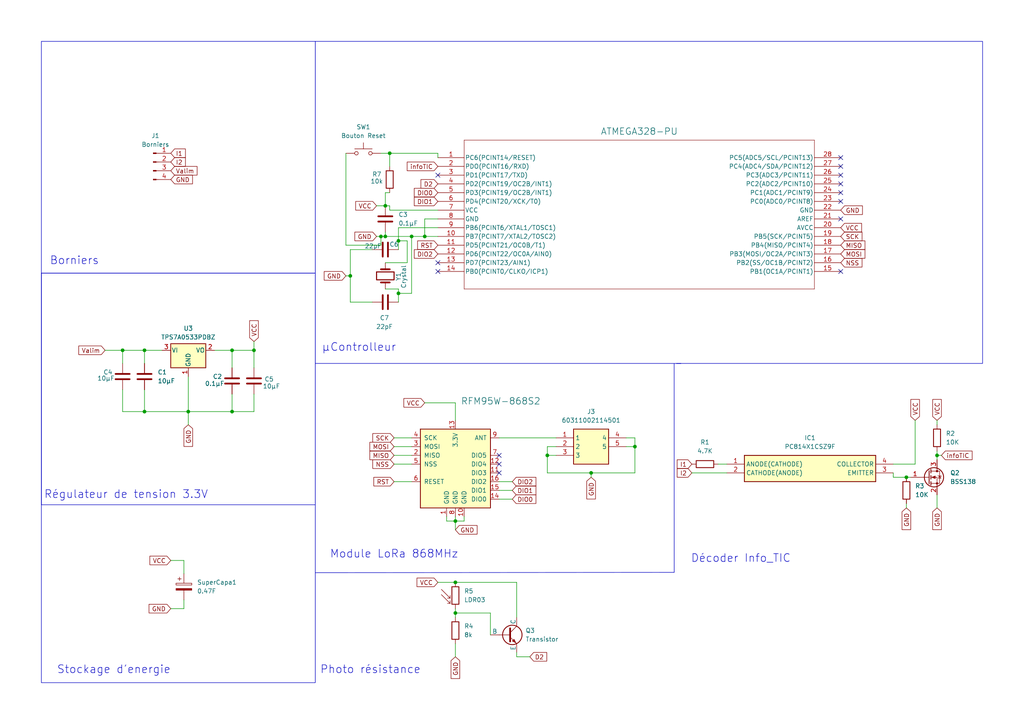
<source format=kicad_sch>
(kicad_sch
	(version 20250114)
	(generator "eeschema")
	(generator_version "9.0")
	(uuid "68c5094e-c202-4d5a-a9df-aecee02f227f")
	(paper "A4")
	(title_block
		(title "Schéma Structurel WASIAK Romain")
		(date "2025-04-24")
	)
	(lib_symbols
		(symbol "2025-04-24_08-42-43:ATMEGA328-PU"
			(pin_names
				(offset 0.254)
			)
			(exclude_from_sim no)
			(in_bom yes)
			(on_board yes)
			(property "Reference" "U"
				(at 58.42 10.16 0)
				(effects
					(font
						(size 1.524 1.524)
					)
				)
			)
			(property "Value" "ATMEGA328-PU"
				(at 58.42 7.62 0)
				(effects
					(font
						(size 1.524 1.524)
					)
				)
			)
			(property "Footprint" "28P3_SPDIP28_SP_MCH"
				(at 0 0 0)
				(effects
					(font
						(size 1.27 1.27)
						(italic yes)
					)
					(hide yes)
				)
			)
			(property "Datasheet" "ATMEGA328-PU"
				(at 0 0 0)
				(effects
					(font
						(size 1.27 1.27)
						(italic yes)
					)
					(hide yes)
				)
			)
			(property "Description" ""
				(at 0 0 0)
				(effects
					(font
						(size 1.27 1.27)
					)
					(hide yes)
				)
			)
			(property "ki_locked" ""
				(at 0 0 0)
				(effects
					(font
						(size 1.27 1.27)
					)
				)
			)
			(property "ki_keywords" "ATMEGA328-PU"
				(at 0 0 0)
				(effects
					(font
						(size 1.27 1.27)
					)
					(hide yes)
				)
			)
			(property "ki_fp_filters" "28P3_SPDIP28_SP_MCH"
				(at 0 0 0)
				(effects
					(font
						(size 1.27 1.27)
					)
					(hide yes)
				)
			)
			(symbol "ATMEGA328-PU_0_1"
				(polyline
					(pts
						(xy 7.62 5.08) (xy 7.62 -38.1)
					)
					(stroke
						(width 0.127)
						(type default)
					)
					(fill
						(type none)
					)
				)
				(polyline
					(pts
						(xy 7.62 -38.1) (xy 109.22 -38.1)
					)
					(stroke
						(width 0.127)
						(type default)
					)
					(fill
						(type none)
					)
				)
				(polyline
					(pts
						(xy 109.22 5.08) (xy 7.62 5.08)
					)
					(stroke
						(width 0.127)
						(type default)
					)
					(fill
						(type none)
					)
				)
				(polyline
					(pts
						(xy 109.22 -38.1) (xy 109.22 5.08)
					)
					(stroke
						(width 0.127)
						(type default)
					)
					(fill
						(type none)
					)
				)
				(pin bidirectional line
					(at 0 0 0)
					(length 7.62)
					(name "PC6(PCINT14/RESET)"
						(effects
							(font
								(size 1.27 1.27)
							)
						)
					)
					(number "1"
						(effects
							(font
								(size 1.27 1.27)
							)
						)
					)
				)
				(pin bidirectional line
					(at 0 -2.54 0)
					(length 7.62)
					(name "PDO(PCINT16/RXD)"
						(effects
							(font
								(size 1.27 1.27)
							)
						)
					)
					(number "2"
						(effects
							(font
								(size 1.27 1.27)
							)
						)
					)
				)
				(pin bidirectional line
					(at 0 -5.08 0)
					(length 7.62)
					(name "PD1(PCINT17/TXD)"
						(effects
							(font
								(size 1.27 1.27)
							)
						)
					)
					(number "3"
						(effects
							(font
								(size 1.27 1.27)
							)
						)
					)
				)
				(pin bidirectional line
					(at 0 -7.62 0)
					(length 7.62)
					(name "PD2(PCINT19/OC2B/INT1)"
						(effects
							(font
								(size 1.27 1.27)
							)
						)
					)
					(number "4"
						(effects
							(font
								(size 1.27 1.27)
							)
						)
					)
				)
				(pin bidirectional line
					(at 0 -10.16 0)
					(length 7.62)
					(name "PD3(PCINT19/OC2B/INT1)"
						(effects
							(font
								(size 1.27 1.27)
							)
						)
					)
					(number "5"
						(effects
							(font
								(size 1.27 1.27)
							)
						)
					)
				)
				(pin bidirectional line
					(at 0 -12.7 0)
					(length 7.62)
					(name "PD4(PCINT20/XCK/T0)"
						(effects
							(font
								(size 1.27 1.27)
							)
						)
					)
					(number "6"
						(effects
							(font
								(size 1.27 1.27)
							)
						)
					)
				)
				(pin power_in line
					(at 0 -15.24 0)
					(length 7.62)
					(name "VCC"
						(effects
							(font
								(size 1.27 1.27)
							)
						)
					)
					(number "7"
						(effects
							(font
								(size 1.27 1.27)
							)
						)
					)
				)
				(pin power_out line
					(at 0 -17.78 0)
					(length 7.62)
					(name "GND"
						(effects
							(font
								(size 1.27 1.27)
							)
						)
					)
					(number "8"
						(effects
							(font
								(size 1.27 1.27)
							)
						)
					)
				)
				(pin bidirectional line
					(at 0 -20.32 0)
					(length 7.62)
					(name "PB6(PCINT6/XTAL1/TOSC1)"
						(effects
							(font
								(size 1.27 1.27)
							)
						)
					)
					(number "9"
						(effects
							(font
								(size 1.27 1.27)
							)
						)
					)
				)
				(pin bidirectional line
					(at 0 -22.86 0)
					(length 7.62)
					(name "PB7(PCINT7/XTAL2/TOSC2)"
						(effects
							(font
								(size 1.27 1.27)
							)
						)
					)
					(number "10"
						(effects
							(font
								(size 1.27 1.27)
							)
						)
					)
				)
				(pin bidirectional line
					(at 0 -25.4 0)
					(length 7.62)
					(name "PD5(PCINT21/OC0B/T1)"
						(effects
							(font
								(size 1.27 1.27)
							)
						)
					)
					(number "11"
						(effects
							(font
								(size 1.27 1.27)
							)
						)
					)
				)
				(pin bidirectional line
					(at 0 -27.94 0)
					(length 7.62)
					(name "PD6(PCINT22/OC0A/AIN0)"
						(effects
							(font
								(size 1.27 1.27)
							)
						)
					)
					(number "12"
						(effects
							(font
								(size 1.27 1.27)
							)
						)
					)
				)
				(pin bidirectional line
					(at 0 -30.48 0)
					(length 7.62)
					(name "PD7(PCINT23/AIN1)"
						(effects
							(font
								(size 1.27 1.27)
							)
						)
					)
					(number "13"
						(effects
							(font
								(size 1.27 1.27)
							)
						)
					)
				)
				(pin bidirectional line
					(at 0 -33.02 0)
					(length 7.62)
					(name "PB0(PCINT0/CLKO/ICP1)"
						(effects
							(font
								(size 1.27 1.27)
							)
						)
					)
					(number "14"
						(effects
							(font
								(size 1.27 1.27)
							)
						)
					)
				)
				(pin bidirectional line
					(at 116.84 0 180)
					(length 7.62)
					(name "PC5(ADC5/SCL/PCINT13)"
						(effects
							(font
								(size 1.27 1.27)
							)
						)
					)
					(number "28"
						(effects
							(font
								(size 1.27 1.27)
							)
						)
					)
				)
				(pin bidirectional line
					(at 116.84 -2.54 180)
					(length 7.62)
					(name "PC4(ADC4/SDA/PCINT12)"
						(effects
							(font
								(size 1.27 1.27)
							)
						)
					)
					(number "27"
						(effects
							(font
								(size 1.27 1.27)
							)
						)
					)
				)
				(pin bidirectional line
					(at 116.84 -5.08 180)
					(length 7.62)
					(name "PC3(ADC3/PCINT11)"
						(effects
							(font
								(size 1.27 1.27)
							)
						)
					)
					(number "26"
						(effects
							(font
								(size 1.27 1.27)
							)
						)
					)
				)
				(pin bidirectional line
					(at 116.84 -7.62 180)
					(length 7.62)
					(name "PC2(ADC2/PCINT10)"
						(effects
							(font
								(size 1.27 1.27)
							)
						)
					)
					(number "25"
						(effects
							(font
								(size 1.27 1.27)
							)
						)
					)
				)
				(pin bidirectional line
					(at 116.84 -10.16 180)
					(length 7.62)
					(name "PC1(ADC1/PCINT9)"
						(effects
							(font
								(size 1.27 1.27)
							)
						)
					)
					(number "24"
						(effects
							(font
								(size 1.27 1.27)
							)
						)
					)
				)
				(pin bidirectional line
					(at 116.84 -12.7 180)
					(length 7.62)
					(name "PC0(ADC0/PCINT8)"
						(effects
							(font
								(size 1.27 1.27)
							)
						)
					)
					(number "23"
						(effects
							(font
								(size 1.27 1.27)
							)
						)
					)
				)
				(pin power_out line
					(at 116.84 -15.24 180)
					(length 7.62)
					(name "GND"
						(effects
							(font
								(size 1.27 1.27)
							)
						)
					)
					(number "22"
						(effects
							(font
								(size 1.27 1.27)
							)
						)
					)
				)
				(pin unspecified line
					(at 116.84 -17.78 180)
					(length 7.62)
					(name "AREF"
						(effects
							(font
								(size 1.27 1.27)
							)
						)
					)
					(number "21"
						(effects
							(font
								(size 1.27 1.27)
							)
						)
					)
				)
				(pin power_in line
					(at 116.84 -20.32 180)
					(length 7.62)
					(name "AVCC"
						(effects
							(font
								(size 1.27 1.27)
							)
						)
					)
					(number "20"
						(effects
							(font
								(size 1.27 1.27)
							)
						)
					)
				)
				(pin bidirectional line
					(at 116.84 -22.86 180)
					(length 7.62)
					(name "PB5(SCK/PCINT5)"
						(effects
							(font
								(size 1.27 1.27)
							)
						)
					)
					(number "19"
						(effects
							(font
								(size 1.27 1.27)
							)
						)
					)
				)
				(pin bidirectional line
					(at 116.84 -25.4 180)
					(length 7.62)
					(name "PB4(MISO/PCINT4)"
						(effects
							(font
								(size 1.27 1.27)
							)
						)
					)
					(number "18"
						(effects
							(font
								(size 1.27 1.27)
							)
						)
					)
				)
				(pin bidirectional line
					(at 116.84 -27.94 180)
					(length 7.62)
					(name "PB3(MOSI/OC2A/PCINT3)"
						(effects
							(font
								(size 1.27 1.27)
							)
						)
					)
					(number "17"
						(effects
							(font
								(size 1.27 1.27)
							)
						)
					)
				)
				(pin bidirectional line
					(at 116.84 -30.48 180)
					(length 7.62)
					(name "PB2(SS/OC1B/PCINT2)"
						(effects
							(font
								(size 1.27 1.27)
							)
						)
					)
					(number "16"
						(effects
							(font
								(size 1.27 1.27)
							)
						)
					)
				)
				(pin bidirectional line
					(at 116.84 -33.02 180)
					(length 7.62)
					(name "PB1(OC1A/PCINT1)"
						(effects
							(font
								(size 1.27 1.27)
							)
						)
					)
					(number "15"
						(effects
							(font
								(size 1.27 1.27)
							)
						)
					)
				)
			)
			(embedded_fonts no)
		)
		(symbol "60311002114501:60311002114501"
			(exclude_from_sim no)
			(in_bom yes)
			(on_board yes)
			(property "Reference" "J"
				(at 16.51 7.62 0)
				(effects
					(font
						(size 1.27 1.27)
					)
					(justify left top)
				)
			)
			(property "Value" "60311002114501"
				(at 16.51 5.08 0)
				(effects
					(font
						(size 1.27 1.27)
					)
					(justify left top)
				)
			)
			(property "Footprint" "60311002114501"
				(at 16.51 -94.92 0)
				(effects
					(font
						(size 1.27 1.27)
					)
					(justify left top)
					(hide yes)
				)
			)
			(property "Datasheet" "https://www.we-online.com/catalog/datasheet/60311002114501.pdf"
				(at 16.51 -194.92 0)
				(effects
					(font
						(size 1.27 1.27)
					)
					(justify left top)
					(hide yes)
				)
			)
			(property "Description" "Wurth Elektronik Right Angle PCB Mount SMA Connector, Solder Termination"
				(at 0 0 0)
				(effects
					(font
						(size 1.27 1.27)
					)
					(hide yes)
				)
			)
			(property "Height" "9.66"
				(at 16.51 -394.92 0)
				(effects
					(font
						(size 1.27 1.27)
					)
					(justify left top)
					(hide yes)
				)
			)
			(property "Manufacturer_Name" "Wurth Elektronik"
				(at 16.51 -494.92 0)
				(effects
					(font
						(size 1.27 1.27)
					)
					(justify left top)
					(hide yes)
				)
			)
			(property "Manufacturer_Part_Number" "60311002114501"
				(at 16.51 -594.92 0)
				(effects
					(font
						(size 1.27 1.27)
					)
					(justify left top)
					(hide yes)
				)
			)
			(property "Mouser Part Number" "710-60311002114501"
				(at 16.51 -694.92 0)
				(effects
					(font
						(size 1.27 1.27)
					)
					(justify left top)
					(hide yes)
				)
			)
			(property "Mouser Price/Stock" "https://www.mouser.co.uk/ProductDetail/Wurth-Elektronik/60311002114501?qs=3jNSNtuqJTKCM9Xl9ihRQg%3D%3D"
				(at 16.51 -794.92 0)
				(effects
					(font
						(size 1.27 1.27)
					)
					(justify left top)
					(hide yes)
				)
			)
			(property "Arrow Part Number" ""
				(at 16.51 -894.92 0)
				(effects
					(font
						(size 1.27 1.27)
					)
					(justify left top)
					(hide yes)
				)
			)
			(property "Arrow Price/Stock" ""
				(at 16.51 -994.92 0)
				(effects
					(font
						(size 1.27 1.27)
					)
					(justify left top)
					(hide yes)
				)
			)
			(symbol "60311002114501_1_1"
				(rectangle
					(start 5.08 2.54)
					(end 15.24 -7.62)
					(stroke
						(width 0.254)
						(type default)
					)
					(fill
						(type background)
					)
				)
				(pin passive line
					(at 0 0 0)
					(length 5.08)
					(name "1"
						(effects
							(font
								(size 1.27 1.27)
							)
						)
					)
					(number "1"
						(effects
							(font
								(size 1.27 1.27)
							)
						)
					)
				)
				(pin passive line
					(at 0 -2.54 0)
					(length 5.08)
					(name "2"
						(effects
							(font
								(size 1.27 1.27)
							)
						)
					)
					(number "2"
						(effects
							(font
								(size 1.27 1.27)
							)
						)
					)
				)
				(pin passive line
					(at 0 -5.08 0)
					(length 5.08)
					(name "3"
						(effects
							(font
								(size 1.27 1.27)
							)
						)
					)
					(number "3"
						(effects
							(font
								(size 1.27 1.27)
							)
						)
					)
				)
				(pin passive line
					(at 20.32 0 180)
					(length 5.08)
					(name "4"
						(effects
							(font
								(size 1.27 1.27)
							)
						)
					)
					(number "4"
						(effects
							(font
								(size 1.27 1.27)
							)
						)
					)
				)
				(pin passive line
					(at 20.32 -2.54 180)
					(length 5.08)
					(name "5"
						(effects
							(font
								(size 1.27 1.27)
							)
						)
					)
					(number "5"
						(effects
							(font
								(size 1.27 1.27)
							)
						)
					)
				)
			)
			(embedded_fonts no)
		)
		(symbol "Connector:Conn_01x04_Pin"
			(pin_names
				(offset 1.016)
				(hide yes)
			)
			(exclude_from_sim no)
			(in_bom yes)
			(on_board yes)
			(property "Reference" "J"
				(at 0 5.08 0)
				(effects
					(font
						(size 1.27 1.27)
					)
				)
			)
			(property "Value" "Conn_01x04_Pin"
				(at 0 -7.62 0)
				(effects
					(font
						(size 1.27 1.27)
					)
				)
			)
			(property "Footprint" ""
				(at 0 0 0)
				(effects
					(font
						(size 1.27 1.27)
					)
					(hide yes)
				)
			)
			(property "Datasheet" "~"
				(at 0 0 0)
				(effects
					(font
						(size 1.27 1.27)
					)
					(hide yes)
				)
			)
			(property "Description" "Generic connector, single row, 01x04, script generated"
				(at 0 0 0)
				(effects
					(font
						(size 1.27 1.27)
					)
					(hide yes)
				)
			)
			(property "ki_locked" ""
				(at 0 0 0)
				(effects
					(font
						(size 1.27 1.27)
					)
				)
			)
			(property "ki_keywords" "connector"
				(at 0 0 0)
				(effects
					(font
						(size 1.27 1.27)
					)
					(hide yes)
				)
			)
			(property "ki_fp_filters" "Connector*:*_1x??_*"
				(at 0 0 0)
				(effects
					(font
						(size 1.27 1.27)
					)
					(hide yes)
				)
			)
			(symbol "Conn_01x04_Pin_1_1"
				(rectangle
					(start 0.8636 2.667)
					(end 0 2.413)
					(stroke
						(width 0.1524)
						(type default)
					)
					(fill
						(type outline)
					)
				)
				(rectangle
					(start 0.8636 0.127)
					(end 0 -0.127)
					(stroke
						(width 0.1524)
						(type default)
					)
					(fill
						(type outline)
					)
				)
				(rectangle
					(start 0.8636 -2.413)
					(end 0 -2.667)
					(stroke
						(width 0.1524)
						(type default)
					)
					(fill
						(type outline)
					)
				)
				(rectangle
					(start 0.8636 -4.953)
					(end 0 -5.207)
					(stroke
						(width 0.1524)
						(type default)
					)
					(fill
						(type outline)
					)
				)
				(polyline
					(pts
						(xy 1.27 2.54) (xy 0.8636 2.54)
					)
					(stroke
						(width 0.1524)
						(type default)
					)
					(fill
						(type none)
					)
				)
				(polyline
					(pts
						(xy 1.27 0) (xy 0.8636 0)
					)
					(stroke
						(width 0.1524)
						(type default)
					)
					(fill
						(type none)
					)
				)
				(polyline
					(pts
						(xy 1.27 -2.54) (xy 0.8636 -2.54)
					)
					(stroke
						(width 0.1524)
						(type default)
					)
					(fill
						(type none)
					)
				)
				(polyline
					(pts
						(xy 1.27 -5.08) (xy 0.8636 -5.08)
					)
					(stroke
						(width 0.1524)
						(type default)
					)
					(fill
						(type none)
					)
				)
				(pin passive line
					(at 5.08 2.54 180)
					(length 3.81)
					(name "Pin_1"
						(effects
							(font
								(size 1.27 1.27)
							)
						)
					)
					(number "1"
						(effects
							(font
								(size 1.27 1.27)
							)
						)
					)
				)
				(pin passive line
					(at 5.08 0 180)
					(length 3.81)
					(name "Pin_2"
						(effects
							(font
								(size 1.27 1.27)
							)
						)
					)
					(number "2"
						(effects
							(font
								(size 1.27 1.27)
							)
						)
					)
				)
				(pin passive line
					(at 5.08 -2.54 180)
					(length 3.81)
					(name "Pin_3"
						(effects
							(font
								(size 1.27 1.27)
							)
						)
					)
					(number "3"
						(effects
							(font
								(size 1.27 1.27)
							)
						)
					)
				)
				(pin passive line
					(at 5.08 -5.08 180)
					(length 3.81)
					(name "Pin_4"
						(effects
							(font
								(size 1.27 1.27)
							)
						)
					)
					(number "4"
						(effects
							(font
								(size 1.27 1.27)
							)
						)
					)
				)
			)
			(embedded_fonts no)
		)
		(symbol "Device:C"
			(pin_numbers
				(hide yes)
			)
			(pin_names
				(offset 0.254)
			)
			(exclude_from_sim no)
			(in_bom yes)
			(on_board yes)
			(property "Reference" "C"
				(at 0.635 2.54 0)
				(effects
					(font
						(size 1.27 1.27)
					)
					(justify left)
				)
			)
			(property "Value" "C"
				(at 0.635 -2.54 0)
				(effects
					(font
						(size 1.27 1.27)
					)
					(justify left)
				)
			)
			(property "Footprint" ""
				(at 0.9652 -3.81 0)
				(effects
					(font
						(size 1.27 1.27)
					)
					(hide yes)
				)
			)
			(property "Datasheet" "~"
				(at 0 0 0)
				(effects
					(font
						(size 1.27 1.27)
					)
					(hide yes)
				)
			)
			(property "Description" "Unpolarized capacitor"
				(at 0 0 0)
				(effects
					(font
						(size 1.27 1.27)
					)
					(hide yes)
				)
			)
			(property "ki_keywords" "cap capacitor"
				(at 0 0 0)
				(effects
					(font
						(size 1.27 1.27)
					)
					(hide yes)
				)
			)
			(property "ki_fp_filters" "C_*"
				(at 0 0 0)
				(effects
					(font
						(size 1.27 1.27)
					)
					(hide yes)
				)
			)
			(symbol "C_0_1"
				(polyline
					(pts
						(xy -2.032 0.762) (xy 2.032 0.762)
					)
					(stroke
						(width 0.508)
						(type default)
					)
					(fill
						(type none)
					)
				)
				(polyline
					(pts
						(xy -2.032 -0.762) (xy 2.032 -0.762)
					)
					(stroke
						(width 0.508)
						(type default)
					)
					(fill
						(type none)
					)
				)
			)
			(symbol "C_1_1"
				(pin passive line
					(at 0 3.81 270)
					(length 2.794)
					(name "~"
						(effects
							(font
								(size 1.27 1.27)
							)
						)
					)
					(number "1"
						(effects
							(font
								(size 1.27 1.27)
							)
						)
					)
				)
				(pin passive line
					(at 0 -3.81 90)
					(length 2.794)
					(name "~"
						(effects
							(font
								(size 1.27 1.27)
							)
						)
					)
					(number "2"
						(effects
							(font
								(size 1.27 1.27)
							)
						)
					)
				)
			)
			(embedded_fonts no)
		)
		(symbol "Device:C_Polarized"
			(pin_numbers
				(hide yes)
			)
			(pin_names
				(offset 0.254)
			)
			(exclude_from_sim no)
			(in_bom yes)
			(on_board yes)
			(property "Reference" "C"
				(at 0.635 2.54 0)
				(effects
					(font
						(size 1.27 1.27)
					)
					(justify left)
				)
			)
			(property "Value" "C_Polarized"
				(at 0.635 -2.54 0)
				(effects
					(font
						(size 1.27 1.27)
					)
					(justify left)
				)
			)
			(property "Footprint" ""
				(at 0.9652 -3.81 0)
				(effects
					(font
						(size 1.27 1.27)
					)
					(hide yes)
				)
			)
			(property "Datasheet" "~"
				(at 0 0 0)
				(effects
					(font
						(size 1.27 1.27)
					)
					(hide yes)
				)
			)
			(property "Description" "Polarized capacitor"
				(at 0 0 0)
				(effects
					(font
						(size 1.27 1.27)
					)
					(hide yes)
				)
			)
			(property "ki_keywords" "cap capacitor"
				(at 0 0 0)
				(effects
					(font
						(size 1.27 1.27)
					)
					(hide yes)
				)
			)
			(property "ki_fp_filters" "CP_*"
				(at 0 0 0)
				(effects
					(font
						(size 1.27 1.27)
					)
					(hide yes)
				)
			)
			(symbol "C_Polarized_0_1"
				(rectangle
					(start -2.286 0.508)
					(end 2.286 1.016)
					(stroke
						(width 0)
						(type default)
					)
					(fill
						(type none)
					)
				)
				(polyline
					(pts
						(xy -1.778 2.286) (xy -0.762 2.286)
					)
					(stroke
						(width 0)
						(type default)
					)
					(fill
						(type none)
					)
				)
				(polyline
					(pts
						(xy -1.27 2.794) (xy -1.27 1.778)
					)
					(stroke
						(width 0)
						(type default)
					)
					(fill
						(type none)
					)
				)
				(rectangle
					(start 2.286 -0.508)
					(end -2.286 -1.016)
					(stroke
						(width 0)
						(type default)
					)
					(fill
						(type outline)
					)
				)
			)
			(symbol "C_Polarized_1_1"
				(pin passive line
					(at 0 3.81 270)
					(length 2.794)
					(name "~"
						(effects
							(font
								(size 1.27 1.27)
							)
						)
					)
					(number "1"
						(effects
							(font
								(size 1.27 1.27)
							)
						)
					)
				)
				(pin passive line
					(at 0 -3.81 90)
					(length 2.794)
					(name "~"
						(effects
							(font
								(size 1.27 1.27)
							)
						)
					)
					(number "2"
						(effects
							(font
								(size 1.27 1.27)
							)
						)
					)
				)
			)
			(embedded_fonts no)
		)
		(symbol "Device:Crystal"
			(pin_numbers
				(hide yes)
			)
			(pin_names
				(offset 1.016)
				(hide yes)
			)
			(exclude_from_sim no)
			(in_bom yes)
			(on_board yes)
			(property "Reference" "Y"
				(at 0 3.81 0)
				(effects
					(font
						(size 1.27 1.27)
					)
				)
			)
			(property "Value" "Crystal"
				(at 0 -3.81 0)
				(effects
					(font
						(size 1.27 1.27)
					)
				)
			)
			(property "Footprint" ""
				(at 0 0 0)
				(effects
					(font
						(size 1.27 1.27)
					)
					(hide yes)
				)
			)
			(property "Datasheet" "~"
				(at 0 0 0)
				(effects
					(font
						(size 1.27 1.27)
					)
					(hide yes)
				)
			)
			(property "Description" "Two pin crystal"
				(at 0 0 0)
				(effects
					(font
						(size 1.27 1.27)
					)
					(hide yes)
				)
			)
			(property "ki_keywords" "quartz ceramic resonator oscillator"
				(at 0 0 0)
				(effects
					(font
						(size 1.27 1.27)
					)
					(hide yes)
				)
			)
			(property "ki_fp_filters" "Crystal*"
				(at 0 0 0)
				(effects
					(font
						(size 1.27 1.27)
					)
					(hide yes)
				)
			)
			(symbol "Crystal_0_1"
				(polyline
					(pts
						(xy -2.54 0) (xy -1.905 0)
					)
					(stroke
						(width 0)
						(type default)
					)
					(fill
						(type none)
					)
				)
				(polyline
					(pts
						(xy -1.905 -1.27) (xy -1.905 1.27)
					)
					(stroke
						(width 0.508)
						(type default)
					)
					(fill
						(type none)
					)
				)
				(rectangle
					(start -1.143 2.54)
					(end 1.143 -2.54)
					(stroke
						(width 0.3048)
						(type default)
					)
					(fill
						(type none)
					)
				)
				(polyline
					(pts
						(xy 1.905 -1.27) (xy 1.905 1.27)
					)
					(stroke
						(width 0.508)
						(type default)
					)
					(fill
						(type none)
					)
				)
				(polyline
					(pts
						(xy 2.54 0) (xy 1.905 0)
					)
					(stroke
						(width 0)
						(type default)
					)
					(fill
						(type none)
					)
				)
			)
			(symbol "Crystal_1_1"
				(pin passive line
					(at -3.81 0 0)
					(length 1.27)
					(name "1"
						(effects
							(font
								(size 1.27 1.27)
							)
						)
					)
					(number "1"
						(effects
							(font
								(size 1.27 1.27)
							)
						)
					)
				)
				(pin passive line
					(at 3.81 0 180)
					(length 1.27)
					(name "2"
						(effects
							(font
								(size 1.27 1.27)
							)
						)
					)
					(number "2"
						(effects
							(font
								(size 1.27 1.27)
							)
						)
					)
				)
			)
			(embedded_fonts no)
		)
		(symbol "Device:R"
			(pin_numbers
				(hide yes)
			)
			(pin_names
				(offset 0)
			)
			(exclude_from_sim no)
			(in_bom yes)
			(on_board yes)
			(property "Reference" "R"
				(at 2.032 0 90)
				(effects
					(font
						(size 1.27 1.27)
					)
				)
			)
			(property "Value" "R"
				(at 0 0 90)
				(effects
					(font
						(size 1.27 1.27)
					)
				)
			)
			(property "Footprint" ""
				(at -1.778 0 90)
				(effects
					(font
						(size 1.27 1.27)
					)
					(hide yes)
				)
			)
			(property "Datasheet" "~"
				(at 0 0 0)
				(effects
					(font
						(size 1.27 1.27)
					)
					(hide yes)
				)
			)
			(property "Description" "Resistor"
				(at 0 0 0)
				(effects
					(font
						(size 1.27 1.27)
					)
					(hide yes)
				)
			)
			(property "ki_keywords" "R res resistor"
				(at 0 0 0)
				(effects
					(font
						(size 1.27 1.27)
					)
					(hide yes)
				)
			)
			(property "ki_fp_filters" "R_*"
				(at 0 0 0)
				(effects
					(font
						(size 1.27 1.27)
					)
					(hide yes)
				)
			)
			(symbol "R_0_1"
				(rectangle
					(start -1.016 -2.54)
					(end 1.016 2.54)
					(stroke
						(width 0.254)
						(type default)
					)
					(fill
						(type none)
					)
				)
			)
			(symbol "R_1_1"
				(pin passive line
					(at 0 3.81 270)
					(length 1.27)
					(name "~"
						(effects
							(font
								(size 1.27 1.27)
							)
						)
					)
					(number "1"
						(effects
							(font
								(size 1.27 1.27)
							)
						)
					)
				)
				(pin passive line
					(at 0 -3.81 90)
					(length 1.27)
					(name "~"
						(effects
							(font
								(size 1.27 1.27)
							)
						)
					)
					(number "2"
						(effects
							(font
								(size 1.27 1.27)
							)
						)
					)
				)
			)
			(embedded_fonts no)
		)
		(symbol "PC814X1CSZ9F:PC814X1CSZ9F"
			(exclude_from_sim no)
			(in_bom yes)
			(on_board yes)
			(property "Reference" "IC"
				(at 44.45 7.62 0)
				(effects
					(font
						(size 1.27 1.27)
					)
					(justify left top)
				)
			)
			(property "Value" "PC814X1CSZ9F"
				(at 44.45 5.08 0)
				(effects
					(font
						(size 1.27 1.27)
					)
					(justify left top)
				)
			)
			(property "Footprint" "DIP762W60P254L460H450Q4N"
				(at 44.45 -94.92 0)
				(effects
					(font
						(size 1.27 1.27)
					)
					(justify left top)
					(hide yes)
				)
			)
			(property "Datasheet" "https://www.mouser.in/datasheet/2/365/PC814XNCSZ9F_SPEC-2885879.pdf"
				(at 44.45 -194.92 0)
				(effects
					(font
						(size 1.27 1.27)
					)
					(justify left top)
					(hide yes)
				)
			)
			(property "Description" "Transistor Output Optocouplers Photocoupler"
				(at 0 0 0)
				(effects
					(font
						(size 1.27 1.27)
					)
					(hide yes)
				)
			)
			(property "Height" "4.5"
				(at 44.45 -394.92 0)
				(effects
					(font
						(size 1.27 1.27)
					)
					(justify left top)
					(hide yes)
				)
			)
			(property "Manufacturer_Name" "Sharp Microelectronics"
				(at 44.45 -494.92 0)
				(effects
					(font
						(size 1.27 1.27)
					)
					(justify left top)
					(hide yes)
				)
			)
			(property "Manufacturer_Part_Number" "PC814X1CSZ9F"
				(at 44.45 -594.92 0)
				(effects
					(font
						(size 1.27 1.27)
					)
					(justify left top)
					(hide yes)
				)
			)
			(property "Mouser Part Number" "852-PC814X1CSZ9F"
				(at 44.45 -694.92 0)
				(effects
					(font
						(size 1.27 1.27)
					)
					(justify left top)
					(hide yes)
				)
			)
			(property "Mouser Price/Stock" "https://www.mouser.co.uk/ProductDetail/Sharp-Microelectronics/PC814X1CSZ9F?qs=rrS6PyfT74eWt0QFHKhcuA%3D%3D"
				(at 44.45 -794.92 0)
				(effects
					(font
						(size 1.27 1.27)
					)
					(justify left top)
					(hide yes)
				)
			)
			(property "Arrow Part Number" ""
				(at 44.45 -894.92 0)
				(effects
					(font
						(size 1.27 1.27)
					)
					(justify left top)
					(hide yes)
				)
			)
			(property "Arrow Price/Stock" ""
				(at 44.45 -994.92 0)
				(effects
					(font
						(size 1.27 1.27)
					)
					(justify left top)
					(hide yes)
				)
			)
			(symbol "PC814X1CSZ9F_1_1"
				(rectangle
					(start 5.08 2.54)
					(end 43.18 -5.08)
					(stroke
						(width 0.254)
						(type default)
					)
					(fill
						(type background)
					)
				)
				(pin passive line
					(at 0 0 0)
					(length 5.08)
					(name "ANODE(CATHODE)"
						(effects
							(font
								(size 1.27 1.27)
							)
						)
					)
					(number "1"
						(effects
							(font
								(size 1.27 1.27)
							)
						)
					)
				)
				(pin passive line
					(at 0 -2.54 0)
					(length 5.08)
					(name "CATHODE(ANODE)"
						(effects
							(font
								(size 1.27 1.27)
							)
						)
					)
					(number "2"
						(effects
							(font
								(size 1.27 1.27)
							)
						)
					)
				)
				(pin passive line
					(at 48.26 0 180)
					(length 5.08)
					(name "COLLECTOR"
						(effects
							(font
								(size 1.27 1.27)
							)
						)
					)
					(number "4"
						(effects
							(font
								(size 1.27 1.27)
							)
						)
					)
				)
				(pin passive line
					(at 48.26 -2.54 180)
					(length 5.08)
					(name "EMITTER"
						(effects
							(font
								(size 1.27 1.27)
							)
						)
					)
					(number "3"
						(effects
							(font
								(size 1.27 1.27)
							)
						)
					)
				)
			)
			(embedded_fonts no)
		)
		(symbol "RF_Module:RFM95W-868S2"
			(pin_names
				(offset 1.016)
			)
			(exclude_from_sim no)
			(in_bom yes)
			(on_board yes)
			(property "Reference" "U"
				(at -10.414 11.684 0)
				(effects
					(font
						(size 1.27 1.27)
					)
					(justify left)
				)
			)
			(property "Value" "RFM95W-868S2"
				(at 1.524 11.43 0)
				(effects
					(font
						(size 1.27 1.27)
					)
					(justify left)
				)
			)
			(property "Footprint" ""
				(at -83.82 41.91 0)
				(effects
					(font
						(size 1.27 1.27)
					)
					(hide yes)
				)
			)
			(property "Datasheet" "https://www.hoperf.com/data/upload/portal/20181127/5bfcbea20e9ef.pdf"
				(at -83.82 41.91 0)
				(effects
					(font
						(size 1.27 1.27)
					)
					(hide yes)
				)
			)
			(property "Description" "Low power long range transceiver module, SPI and parallel interface, 868 MHz, spreading factor 6 to12, bandwidth 7.8 to 500kHz, -111 to -148 dBm, SMD-16, DIP-16"
				(at 0 0 0)
				(effects
					(font
						(size 1.27 1.27)
					)
					(hide yes)
				)
			)
			(property "ki_keywords" "Low power long range transceiver module"
				(at 0 0 0)
				(effects
					(font
						(size 1.27 1.27)
					)
					(hide yes)
				)
			)
			(property "ki_fp_filters" "HOPERF*RFM9XW*"
				(at 0 0 0)
				(effects
					(font
						(size 1.27 1.27)
					)
					(hide yes)
				)
			)
			(symbol "RFM95W-868S2_0_1"
				(rectangle
					(start -10.16 10.16)
					(end 10.16 -12.7)
					(stroke
						(width 0.254)
						(type default)
					)
					(fill
						(type background)
					)
				)
			)
			(symbol "RFM95W-868S2_1_1"
				(pin input line
					(at -12.7 7.62 0)
					(length 2.54)
					(name "SCK"
						(effects
							(font
								(size 1.27 1.27)
							)
						)
					)
					(number "4"
						(effects
							(font
								(size 1.27 1.27)
							)
						)
					)
				)
				(pin input line
					(at -12.7 5.08 0)
					(length 2.54)
					(name "MOSI"
						(effects
							(font
								(size 1.27 1.27)
							)
						)
					)
					(number "3"
						(effects
							(font
								(size 1.27 1.27)
							)
						)
					)
				)
				(pin output line
					(at -12.7 2.54 0)
					(length 2.54)
					(name "MISO"
						(effects
							(font
								(size 1.27 1.27)
							)
						)
					)
					(number "2"
						(effects
							(font
								(size 1.27 1.27)
							)
						)
					)
				)
				(pin input line
					(at -12.7 0 0)
					(length 2.54)
					(name "NSS"
						(effects
							(font
								(size 1.27 1.27)
							)
						)
					)
					(number "5"
						(effects
							(font
								(size 1.27 1.27)
							)
						)
					)
				)
				(pin bidirectional line
					(at -12.7 -5.08 0)
					(length 2.54)
					(name "RESET"
						(effects
							(font
								(size 1.27 1.27)
							)
						)
					)
					(number "6"
						(effects
							(font
								(size 1.27 1.27)
							)
						)
					)
				)
				(pin power_in line
					(at -2.54 -15.24 90)
					(length 2.54)
					(name "GND"
						(effects
							(font
								(size 1.27 1.27)
							)
						)
					)
					(number "1"
						(effects
							(font
								(size 1.27 1.27)
							)
						)
					)
				)
				(pin power_in line
					(at 0 12.7 270)
					(length 2.54)
					(name "3.3V"
						(effects
							(font
								(size 1.27 1.27)
							)
						)
					)
					(number "13"
						(effects
							(font
								(size 1.27 1.27)
							)
						)
					)
				)
				(pin power_in line
					(at 0 -15.24 90)
					(length 2.54)
					(name "GND"
						(effects
							(font
								(size 1.27 1.27)
							)
						)
					)
					(number "8"
						(effects
							(font
								(size 1.27 1.27)
							)
						)
					)
				)
				(pin power_in line
					(at 2.54 -15.24 90)
					(length 2.54)
					(name "GND"
						(effects
							(font
								(size 1.27 1.27)
							)
						)
					)
					(number "10"
						(effects
							(font
								(size 1.27 1.27)
							)
						)
					)
				)
				(pin bidirectional line
					(at 12.7 7.62 180)
					(length 2.54)
					(name "ANT"
						(effects
							(font
								(size 1.27 1.27)
							)
						)
					)
					(number "9"
						(effects
							(font
								(size 1.27 1.27)
							)
						)
					)
				)
				(pin bidirectional line
					(at 12.7 2.54 180)
					(length 2.54)
					(name "DIO5"
						(effects
							(font
								(size 1.27 1.27)
							)
						)
					)
					(number "7"
						(effects
							(font
								(size 1.27 1.27)
							)
						)
					)
				)
				(pin bidirectional line
					(at 12.7 0 180)
					(length 2.54)
					(name "DIO4"
						(effects
							(font
								(size 1.27 1.27)
							)
						)
					)
					(number "12"
						(effects
							(font
								(size 1.27 1.27)
							)
						)
					)
				)
				(pin bidirectional line
					(at 12.7 -2.54 180)
					(length 2.54)
					(name "DIO3"
						(effects
							(font
								(size 1.27 1.27)
							)
						)
					)
					(number "11"
						(effects
							(font
								(size 1.27 1.27)
							)
						)
					)
				)
				(pin bidirectional line
					(at 12.7 -5.08 180)
					(length 2.54)
					(name "DIO2"
						(effects
							(font
								(size 1.27 1.27)
							)
						)
					)
					(number "16"
						(effects
							(font
								(size 1.27 1.27)
							)
						)
					)
				)
				(pin bidirectional line
					(at 12.7 -7.62 180)
					(length 2.54)
					(name "DIO1"
						(effects
							(font
								(size 1.27 1.27)
							)
						)
					)
					(number "15"
						(effects
							(font
								(size 1.27 1.27)
							)
						)
					)
				)
				(pin bidirectional line
					(at 12.7 -10.16 180)
					(length 2.54)
					(name "DIO0"
						(effects
							(font
								(size 1.27 1.27)
							)
						)
					)
					(number "14"
						(effects
							(font
								(size 1.27 1.27)
							)
						)
					)
				)
			)
			(embedded_fonts no)
		)
		(symbol "Regulator_Linear:TPS7A0533PDBZ"
			(pin_names
				(offset 0.254)
			)
			(exclude_from_sim no)
			(in_bom yes)
			(on_board yes)
			(property "Reference" "U"
				(at -3.81 3.175 0)
				(effects
					(font
						(size 1.27 1.27)
					)
				)
			)
			(property "Value" "TPS7A0533PDBZ"
				(at 0 3.175 0)
				(effects
					(font
						(size 1.27 1.27)
					)
					(justify left)
				)
			)
			(property "Footprint" "Package_TO_SOT_SMD:SOT-23"
				(at 0 5.08 0)
				(effects
					(font
						(size 1.27 1.27)
					)
					(hide yes)
				)
			)
			(property "Datasheet" "https://www.ti.com/lit/ds/symlink/tps7a05.pdf"
				(at 0 -1.27 0)
				(effects
					(font
						(size 1.27 1.27)
					)
					(hide yes)
				)
			)
			(property "Description" "200-mA Ultra-Low-Iq LDO, 3.3V, SOT-23-3"
				(at 0 0 0)
				(effects
					(font
						(size 1.27 1.27)
					)
					(hide yes)
				)
			)
			(property "ki_keywords" "Single Output LDO Low-Iq"
				(at 0 0 0)
				(effects
					(font
						(size 1.27 1.27)
					)
					(hide yes)
				)
			)
			(property "ki_fp_filters" "SOT?23*"
				(at 0 0 0)
				(effects
					(font
						(size 1.27 1.27)
					)
					(hide yes)
				)
			)
			(symbol "TPS7A0533PDBZ_0_1"
				(rectangle
					(start -5.08 -5.08)
					(end 5.08 1.905)
					(stroke
						(width 0.254)
						(type default)
					)
					(fill
						(type background)
					)
				)
			)
			(symbol "TPS7A0533PDBZ_1_1"
				(pin power_in line
					(at -7.62 0 0)
					(length 2.54)
					(name "VI"
						(effects
							(font
								(size 1.27 1.27)
							)
						)
					)
					(number "3"
						(effects
							(font
								(size 1.27 1.27)
							)
						)
					)
				)
				(pin power_in line
					(at 0 -7.62 90)
					(length 2.54)
					(name "GND"
						(effects
							(font
								(size 1.27 1.27)
							)
						)
					)
					(number "1"
						(effects
							(font
								(size 1.27 1.27)
							)
						)
					)
				)
				(pin power_out line
					(at 7.62 0 180)
					(length 2.54)
					(name "VO"
						(effects
							(font
								(size 1.27 1.27)
							)
						)
					)
					(number "2"
						(effects
							(font
								(size 1.27 1.27)
							)
						)
					)
				)
			)
			(embedded_fonts no)
		)
		(symbol "Sensor_Optical:LDR03"
			(pin_numbers
				(hide yes)
			)
			(pin_names
				(offset 0)
			)
			(exclude_from_sim no)
			(in_bom yes)
			(on_board yes)
			(property "Reference" "R"
				(at -5.08 0 90)
				(effects
					(font
						(size 1.27 1.27)
					)
				)
			)
			(property "Value" "LDR03"
				(at 1.905 0 90)
				(effects
					(font
						(size 1.27 1.27)
					)
					(justify top)
				)
			)
			(property "Footprint" "OptoDevice:R_LDR_10x8.5mm_P7.6mm_Vertical"
				(at 4.445 0 90)
				(effects
					(font
						(size 1.27 1.27)
					)
					(hide yes)
				)
			)
			(property "Datasheet" "http://www.elektronica-componenten.nl/WebRoot/StoreNL/Shops/61422969/54F1/BA0C/C664/31B9/2173/C0A8/2AB9/2AEF/LDR03IMP.pdf"
				(at 0 -1.27 0)
				(effects
					(font
						(size 1.27 1.27)
					)
					(hide yes)
				)
			)
			(property "Description" "light dependent resistor"
				(at 0 0 0)
				(effects
					(font
						(size 1.27 1.27)
					)
					(hide yes)
				)
			)
			(property "ki_keywords" "light dependent photo resistor LDR"
				(at 0 0 0)
				(effects
					(font
						(size 1.27 1.27)
					)
					(hide yes)
				)
			)
			(property "ki_fp_filters" "R*LDR*10x8.5mm*P7.6mm*"
				(at 0 0 0)
				(effects
					(font
						(size 1.27 1.27)
					)
					(hide yes)
				)
			)
			(symbol "LDR03_0_1"
				(polyline
					(pts
						(xy -1.524 -0.762) (xy -4.064 1.778)
					)
					(stroke
						(width 0)
						(type default)
					)
					(fill
						(type none)
					)
				)
				(polyline
					(pts
						(xy -1.524 -0.762) (xy -2.286 -0.762)
					)
					(stroke
						(width 0)
						(type default)
					)
					(fill
						(type none)
					)
				)
				(polyline
					(pts
						(xy -1.524 -0.762) (xy -1.524 0)
					)
					(stroke
						(width 0)
						(type default)
					)
					(fill
						(type none)
					)
				)
				(polyline
					(pts
						(xy -1.524 -2.286) (xy -4.064 0.254)
					)
					(stroke
						(width 0)
						(type default)
					)
					(fill
						(type none)
					)
				)
				(polyline
					(pts
						(xy -1.524 -2.286) (xy -2.286 -2.286)
					)
					(stroke
						(width 0)
						(type default)
					)
					(fill
						(type none)
					)
				)
				(polyline
					(pts
						(xy -1.524 -2.286) (xy -1.524 -1.524)
					)
					(stroke
						(width 0)
						(type default)
					)
					(fill
						(type none)
					)
				)
				(rectangle
					(start -1.016 2.54)
					(end 1.016 -2.54)
					(stroke
						(width 0.254)
						(type default)
					)
					(fill
						(type none)
					)
				)
			)
			(symbol "LDR03_1_1"
				(pin passive line
					(at 0 3.81 270)
					(length 1.27)
					(name "~"
						(effects
							(font
								(size 1.27 1.27)
							)
						)
					)
					(number "1"
						(effects
							(font
								(size 1.27 1.27)
							)
						)
					)
				)
				(pin passive line
					(at 0 -3.81 90)
					(length 1.27)
					(name "~"
						(effects
							(font
								(size 1.27 1.27)
							)
						)
					)
					(number "2"
						(effects
							(font
								(size 1.27 1.27)
							)
						)
					)
				)
			)
			(embedded_fonts no)
		)
		(symbol "Simulation_SPICE:NPN"
			(pin_numbers
				(hide yes)
			)
			(pin_names
				(offset 0)
			)
			(exclude_from_sim no)
			(in_bom yes)
			(on_board yes)
			(property "Reference" "Q"
				(at -2.54 7.62 0)
				(effects
					(font
						(size 1.27 1.27)
					)
				)
			)
			(property "Value" "NPN"
				(at -2.54 5.08 0)
				(effects
					(font
						(size 1.27 1.27)
					)
				)
			)
			(property "Footprint" ""
				(at 63.5 0 0)
				(effects
					(font
						(size 1.27 1.27)
					)
					(hide yes)
				)
			)
			(property "Datasheet" "https://ngspice.sourceforge.io/docs/ngspice-html-manual/manual.xhtml#cha_BJTs"
				(at 63.5 0 0)
				(effects
					(font
						(size 1.27 1.27)
					)
					(hide yes)
				)
			)
			(property "Description" "Bipolar transistor symbol for simulation only, substrate tied to the emitter"
				(at 0 0 0)
				(effects
					(font
						(size 1.27 1.27)
					)
					(hide yes)
				)
			)
			(property "Sim.Device" "NPN"
				(at 0 0 0)
				(effects
					(font
						(size 1.27 1.27)
					)
					(hide yes)
				)
			)
			(property "Sim.Type" "GUMMELPOON"
				(at 0 0 0)
				(effects
					(font
						(size 1.27 1.27)
					)
					(hide yes)
				)
			)
			(property "Sim.Pins" "1=C 2=B 3=E"
				(at 0 0 0)
				(effects
					(font
						(size 1.27 1.27)
					)
					(hide yes)
				)
			)
			(property "ki_keywords" "simulation"
				(at 0 0 0)
				(effects
					(font
						(size 1.27 1.27)
					)
					(hide yes)
				)
			)
			(symbol "NPN_0_1"
				(polyline
					(pts
						(xy -2.54 0) (xy 0.635 0)
					)
					(stroke
						(width 0.1524)
						(type default)
					)
					(fill
						(type none)
					)
				)
				(polyline
					(pts
						(xy 0.635 1.905) (xy 0.635 -1.905) (xy 0.635 -1.905)
					)
					(stroke
						(width 0.508)
						(type default)
					)
					(fill
						(type none)
					)
				)
				(polyline
					(pts
						(xy 0.635 0.635) (xy 2.54 2.54)
					)
					(stroke
						(width 0)
						(type default)
					)
					(fill
						(type none)
					)
				)
				(polyline
					(pts
						(xy 0.635 -0.635) (xy 2.54 -2.54) (xy 2.54 -2.54)
					)
					(stroke
						(width 0)
						(type default)
					)
					(fill
						(type none)
					)
				)
				(circle
					(center 1.27 0)
					(radius 2.8194)
					(stroke
						(width 0.254)
						(type default)
					)
					(fill
						(type none)
					)
				)
				(polyline
					(pts
						(xy 1.27 -1.778) (xy 1.778 -1.27) (xy 2.286 -2.286) (xy 1.27 -1.778) (xy 1.27 -1.778)
					)
					(stroke
						(width 0)
						(type default)
					)
					(fill
						(type outline)
					)
				)
				(polyline
					(pts
						(xy 2.794 -1.27) (xy 2.794 -1.27)
					)
					(stroke
						(width 0.1524)
						(type default)
					)
					(fill
						(type none)
					)
				)
				(polyline
					(pts
						(xy 2.794 -1.27) (xy 2.794 -1.27)
					)
					(stroke
						(width 0.1524)
						(type default)
					)
					(fill
						(type none)
					)
				)
			)
			(symbol "NPN_1_1"
				(pin input line
					(at -5.08 0 0)
					(length 2.54)
					(name "B"
						(effects
							(font
								(size 1.27 1.27)
							)
						)
					)
					(number "2"
						(effects
							(font
								(size 1.27 1.27)
							)
						)
					)
				)
				(pin open_collector line
					(at 2.54 5.08 270)
					(length 2.54)
					(name "C"
						(effects
							(font
								(size 1.27 1.27)
							)
						)
					)
					(number "1"
						(effects
							(font
								(size 1.27 1.27)
							)
						)
					)
				)
				(pin open_emitter line
					(at 2.54 -5.08 90)
					(length 2.54)
					(name "E"
						(effects
							(font
								(size 1.27 1.27)
							)
						)
					)
					(number "3"
						(effects
							(font
								(size 1.27 1.27)
							)
						)
					)
				)
			)
			(embedded_fonts no)
		)
		(symbol "Switch:SW_Push"
			(pin_numbers
				(hide yes)
			)
			(pin_names
				(offset 1.016)
				(hide yes)
			)
			(exclude_from_sim no)
			(in_bom yes)
			(on_board yes)
			(property "Reference" "SW"
				(at 1.27 2.54 0)
				(effects
					(font
						(size 1.27 1.27)
					)
					(justify left)
				)
			)
			(property "Value" "SW_Push"
				(at 0 -1.524 0)
				(effects
					(font
						(size 1.27 1.27)
					)
				)
			)
			(property "Footprint" ""
				(at 0 5.08 0)
				(effects
					(font
						(size 1.27 1.27)
					)
					(hide yes)
				)
			)
			(property "Datasheet" "~"
				(at 0 5.08 0)
				(effects
					(font
						(size 1.27 1.27)
					)
					(hide yes)
				)
			)
			(property "Description" "Push button switch, generic, two pins"
				(at 0 0 0)
				(effects
					(font
						(size 1.27 1.27)
					)
					(hide yes)
				)
			)
			(property "ki_keywords" "switch normally-open pushbutton push-button"
				(at 0 0 0)
				(effects
					(font
						(size 1.27 1.27)
					)
					(hide yes)
				)
			)
			(symbol "SW_Push_0_1"
				(circle
					(center -2.032 0)
					(radius 0.508)
					(stroke
						(width 0)
						(type default)
					)
					(fill
						(type none)
					)
				)
				(polyline
					(pts
						(xy 0 1.27) (xy 0 3.048)
					)
					(stroke
						(width 0)
						(type default)
					)
					(fill
						(type none)
					)
				)
				(circle
					(center 2.032 0)
					(radius 0.508)
					(stroke
						(width 0)
						(type default)
					)
					(fill
						(type none)
					)
				)
				(polyline
					(pts
						(xy 2.54 1.27) (xy -2.54 1.27)
					)
					(stroke
						(width 0)
						(type default)
					)
					(fill
						(type none)
					)
				)
				(pin passive line
					(at -5.08 0 0)
					(length 2.54)
					(name "1"
						(effects
							(font
								(size 1.27 1.27)
							)
						)
					)
					(number "1"
						(effects
							(font
								(size 1.27 1.27)
							)
						)
					)
				)
				(pin passive line
					(at 5.08 0 180)
					(length 2.54)
					(name "2"
						(effects
							(font
								(size 1.27 1.27)
							)
						)
					)
					(number "2"
						(effects
							(font
								(size 1.27 1.27)
							)
						)
					)
				)
			)
			(embedded_fonts no)
		)
		(symbol "Transistor_FET:BSS138"
			(pin_names
				(hide yes)
			)
			(exclude_from_sim no)
			(in_bom yes)
			(on_board yes)
			(property "Reference" "Q"
				(at 5.08 1.905 0)
				(effects
					(font
						(size 1.27 1.27)
					)
					(justify left)
				)
			)
			(property "Value" "BSS138"
				(at 5.08 0 0)
				(effects
					(font
						(size 1.27 1.27)
					)
					(justify left)
				)
			)
			(property "Footprint" "Package_TO_SOT_SMD:SOT-23"
				(at 5.08 -1.905 0)
				(effects
					(font
						(size 1.27 1.27)
						(italic yes)
					)
					(justify left)
					(hide yes)
				)
			)
			(property "Datasheet" "https://www.onsemi.com/pub/Collateral/BSS138-D.PDF"
				(at 5.08 -3.81 0)
				(effects
					(font
						(size 1.27 1.27)
					)
					(justify left)
					(hide yes)
				)
			)
			(property "Description" "50V Vds, 0.22A Id, N-Channel MOSFET, SOT-23"
				(at 0 0 0)
				(effects
					(font
						(size 1.27 1.27)
					)
					(hide yes)
				)
			)
			(property "ki_keywords" "N-Channel MOSFET"
				(at 0 0 0)
				(effects
					(font
						(size 1.27 1.27)
					)
					(hide yes)
				)
			)
			(property "ki_fp_filters" "SOT?23*"
				(at 0 0 0)
				(effects
					(font
						(size 1.27 1.27)
					)
					(hide yes)
				)
			)
			(symbol "BSS138_0_1"
				(polyline
					(pts
						(xy 0.254 1.905) (xy 0.254 -1.905)
					)
					(stroke
						(width 0.254)
						(type default)
					)
					(fill
						(type none)
					)
				)
				(polyline
					(pts
						(xy 0.254 0) (xy -2.54 0)
					)
					(stroke
						(width 0)
						(type default)
					)
					(fill
						(type none)
					)
				)
				(polyline
					(pts
						(xy 0.762 2.286) (xy 0.762 1.27)
					)
					(stroke
						(width 0.254)
						(type default)
					)
					(fill
						(type none)
					)
				)
				(polyline
					(pts
						(xy 0.762 0.508) (xy 0.762 -0.508)
					)
					(stroke
						(width 0.254)
						(type default)
					)
					(fill
						(type none)
					)
				)
				(polyline
					(pts
						(xy 0.762 -1.27) (xy 0.762 -2.286)
					)
					(stroke
						(width 0.254)
						(type default)
					)
					(fill
						(type none)
					)
				)
				(polyline
					(pts
						(xy 0.762 -1.778) (xy 3.302 -1.778) (xy 3.302 1.778) (xy 0.762 1.778)
					)
					(stroke
						(width 0)
						(type default)
					)
					(fill
						(type none)
					)
				)
				(polyline
					(pts
						(xy 1.016 0) (xy 2.032 0.381) (xy 2.032 -0.381) (xy 1.016 0)
					)
					(stroke
						(width 0)
						(type default)
					)
					(fill
						(type outline)
					)
				)
				(circle
					(center 1.651 0)
					(radius 2.794)
					(stroke
						(width 0.254)
						(type default)
					)
					(fill
						(type none)
					)
				)
				(polyline
					(pts
						(xy 2.54 2.54) (xy 2.54 1.778)
					)
					(stroke
						(width 0)
						(type default)
					)
					(fill
						(type none)
					)
				)
				(circle
					(center 2.54 1.778)
					(radius 0.254)
					(stroke
						(width 0)
						(type default)
					)
					(fill
						(type outline)
					)
				)
				(circle
					(center 2.54 -1.778)
					(radius 0.254)
					(stroke
						(width 0)
						(type default)
					)
					(fill
						(type outline)
					)
				)
				(polyline
					(pts
						(xy 2.54 -2.54) (xy 2.54 0) (xy 0.762 0)
					)
					(stroke
						(width 0)
						(type default)
					)
					(fill
						(type none)
					)
				)
				(polyline
					(pts
						(xy 2.794 0.508) (xy 2.921 0.381) (xy 3.683 0.381) (xy 3.81 0.254)
					)
					(stroke
						(width 0)
						(type default)
					)
					(fill
						(type none)
					)
				)
				(polyline
					(pts
						(xy 3.302 0.381) (xy 2.921 -0.254) (xy 3.683 -0.254) (xy 3.302 0.381)
					)
					(stroke
						(width 0)
						(type default)
					)
					(fill
						(type none)
					)
				)
			)
			(symbol "BSS138_1_1"
				(pin input line
					(at -5.08 0 0)
					(length 2.54)
					(name "G"
						(effects
							(font
								(size 1.27 1.27)
							)
						)
					)
					(number "1"
						(effects
							(font
								(size 1.27 1.27)
							)
						)
					)
				)
				(pin passive line
					(at 2.54 5.08 270)
					(length 2.54)
					(name "D"
						(effects
							(font
								(size 1.27 1.27)
							)
						)
					)
					(number "3"
						(effects
							(font
								(size 1.27 1.27)
							)
						)
					)
				)
				(pin passive line
					(at 2.54 -5.08 90)
					(length 2.54)
					(name "S"
						(effects
							(font
								(size 1.27 1.27)
							)
						)
					)
					(number "2"
						(effects
							(font
								(size 1.27 1.27)
							)
						)
					)
				)
			)
			(embedded_fonts no)
		)
	)
	(rectangle
		(start 12.0034 11.9965)
		(end 91.44 79.248)
		(stroke
			(width 0)
			(type default)
		)
		(fill
			(type none)
		)
		(uuid 14644d96-3145-4453-b46f-c12a58a4256e)
	)
	(rectangle
		(start 12.0002 79.248)
		(end 91.44 198.0055)
		(stroke
			(width 0)
			(type default)
		)
		(fill
			(type none)
		)
		(uuid 4180fd61-55db-48f5-bff7-5d5053fa672d)
	)
	(rectangle
		(start 91.44 11.9951)
		(end 284.9912 105.41)
		(stroke
			(width 0)
			(type default)
		)
		(fill
			(type none)
		)
		(uuid 8fab14d1-a403-4695-98c9-ab1f7d8b3577)
	)
	(rectangle
		(start 11.9994 79.2256)
		(end 91.436 146.4086)
		(stroke
			(width 0)
			(type default)
		)
		(fill
			(type none)
		)
		(uuid ac76b9d3-20fd-4e60-af29-7b359a38ca96)
	)
	(text "Stockage d'energie"
		(exclude_from_sim no)
		(at 33.02 194.31 0)
		(effects
			(font
				(size 2.286 2.286)
			)
		)
		(uuid "1bf057e8-4b3e-406a-8dcb-8c1badc7966e")
	)
	(text "µControlleur"
		(exclude_from_sim no)
		(at 104.14 100.838 0)
		(effects
			(font
				(size 2.286 2.286)
			)
		)
		(uuid "4588ed64-9ffb-495d-899e-a202a16923ea")
	)
	(text "Décoder Info_TIC"
		(exclude_from_sim no)
		(at 214.884 162.052 0)
		(effects
			(font
				(size 2.286 2.286)
			)
		)
		(uuid "4e19da48-837b-4c7e-975f-e8912fcb873e")
	)
	(text "Borniers\n"
		(exclude_from_sim no)
		(at 21.59 75.692 0)
		(effects
			(font
				(size 2.286 2.286)
			)
		)
		(uuid "759187d2-300b-4d59-a506-5d6482cbfbbf")
	)
	(text "Module LoRa 868MHz"
		(exclude_from_sim no)
		(at 114.3 160.782 0)
		(effects
			(font
				(size 2.286 2.286)
			)
		)
		(uuid "7bfa92e5-6229-4492-a56f-efb9ccc12b33")
	)
	(text "Régulateur de tension 3.3V\n"
		(exclude_from_sim no)
		(at 36.576 143.51 0)
		(effects
			(font
				(size 2.286 2.286)
			)
		)
		(uuid "b8c42c2b-6ff7-40ec-8099-758d8330cc7f")
	)
	(text "Photo résistance"
		(exclude_from_sim no)
		(at 107.442 194.31 0)
		(effects
			(font
				(size 2.286 2.286)
			)
		)
		(uuid "f3cebb61-c253-4c58-8502-166937eeee2f")
	)
	(junction
		(at 115.57 85.09)
		(diameter 0)
		(color 0 0 0 0)
		(uuid "0dc5e1d4-ebad-4222-9c16-0a1c17c8bbb0")
	)
	(junction
		(at 67.31 101.6)
		(diameter 0)
		(color 0 0 0 0)
		(uuid "3accc56e-5ccd-4786-8fec-1a97c863513c")
	)
	(junction
		(at 123.19 68.58)
		(diameter 0)
		(color 0 0 0 0)
		(uuid "3c3fe992-8dd5-4cac-a46e-bf5b4a59f514")
	)
	(junction
		(at 73.66 101.6)
		(diameter 0)
		(color 0 0 0 0)
		(uuid "439a28b1-d04a-4155-812e-953a32954167")
	)
	(junction
		(at 67.31 119.38)
		(diameter 0)
		(color 0 0 0 0)
		(uuid "58d4d925-c5a7-4790-9dc7-6d1c172d1ddb")
	)
	(junction
		(at 41.91 119.38)
		(diameter 0)
		(color 0 0 0 0)
		(uuid "5c0e8188-d772-4f09-84ad-b7365d798239")
	)
	(junction
		(at 110.49 68.58)
		(diameter 0)
		(color 0 0 0 0)
		(uuid "5de5e7d2-d810-4061-b943-3e8cac6947f9")
	)
	(junction
		(at 115.57 69.85)
		(diameter 0)
		(color 0 0 0 0)
		(uuid "657a1124-408a-4602-b1f5-c7ffb02a2d0c")
	)
	(junction
		(at 132.08 177.8)
		(diameter 0)
		(color 0 0 0 0)
		(uuid "6baa1ea8-bb17-4e23-b223-3023bdaa145b")
	)
	(junction
		(at 184.15 129.54)
		(diameter 0)
		(color 0 0 0 0)
		(uuid "71d559bc-79fb-48d4-b132-165f2e86acfe")
	)
	(junction
		(at 111.76 59.69)
		(diameter 0)
		(color 0 0 0 0)
		(uuid "737c2171-a7df-4131-ab6b-1f240f8974a7")
	)
	(junction
		(at 111.76 68.58)
		(diameter 0)
		(color 0 0 0 0)
		(uuid "8089cf71-c78a-42c8-9f1a-f5e5fd9c24c0")
	)
	(junction
		(at 158.75 132.08)
		(diameter 0)
		(color 0 0 0 0)
		(uuid "96e4018e-2ee2-40c3-a3c8-8f0839eb78f7")
	)
	(junction
		(at 132.08 168.91)
		(diameter 0)
		(color 0 0 0 0)
		(uuid "9b809e16-afe2-4996-8b5f-d801d55c7a50")
	)
	(junction
		(at 35.56 101.6)
		(diameter 0)
		(color 0 0 0 0)
		(uuid "b4b8db4e-80d7-4521-b7d9-786e563f396c")
	)
	(junction
		(at 171.45 137.16)
		(diameter 0)
		(color 0 0 0 0)
		(uuid "b89e511c-6fe2-464a-8346-82743a4ed569")
	)
	(junction
		(at 262.89 138.43)
		(diameter 0)
		(color 0 0 0 0)
		(uuid "c257d905-f44d-467a-883c-5d93e589effb")
	)
	(junction
		(at 101.6 80.01)
		(diameter 0)
		(color 0 0 0 0)
		(uuid "ca1c62df-080a-49fd-9b90-eef8d87e6bcb")
	)
	(junction
		(at 113.03 44.45)
		(diameter 0)
		(color 0 0 0 0)
		(uuid "d4a20e13-3e29-46c3-b47d-4e37fc45157d")
	)
	(junction
		(at 271.78 132.08)
		(diameter 0)
		(color 0 0 0 0)
		(uuid "d867ad51-86de-4755-b93a-39116dc62b43")
	)
	(junction
		(at 119.38 68.58)
		(diameter 0)
		(color 0 0 0 0)
		(uuid "e5145a09-b9a8-4a9e-a8cb-fb514656e377")
	)
	(junction
		(at 132.08 151.13)
		(diameter 0)
		(color 0 0 0 0)
		(uuid "ed3f9ddb-9c93-4536-b473-ef2c070e81bb")
	)
	(junction
		(at 41.91 101.6)
		(diameter 0)
		(color 0 0 0 0)
		(uuid "ed88d6f6-45fb-4e53-988f-ca72ecbf69d5")
	)
	(junction
		(at 54.61 119.38)
		(diameter 0)
		(color 0 0 0 0)
		(uuid "f05deafb-24d6-4574-89c4-3d5fb3da1c8e")
	)
	(no_connect
		(at 144.78 134.62)
		(uuid "10cf82b6-0a38-4fa3-9de3-8c179246465f")
	)
	(no_connect
		(at 243.84 63.5)
		(uuid "1f24f777-dc91-4007-8cea-6c9069e70bc7")
	)
	(no_connect
		(at 243.84 78.74)
		(uuid "213e32be-09e0-4f54-a33d-1924e0a85088")
	)
	(no_connect
		(at 243.84 48.26)
		(uuid "32fd14ef-5cf4-4b65-80f0-cf15755507e9")
	)
	(no_connect
		(at 127 76.2)
		(uuid "46c2f262-8fa0-4961-9b52-d1f89361e68e")
	)
	(no_connect
		(at 144.78 137.16)
		(uuid "491ee986-06cf-4d30-97f4-be93086cae23")
	)
	(no_connect
		(at 243.84 58.42)
		(uuid "577b5bdb-9cf8-44e5-a40e-695f44b13220")
	)
	(no_connect
		(at 144.78 132.08)
		(uuid "58da1a7a-a813-4725-a02e-b172d76d8916")
	)
	(no_connect
		(at 243.84 50.8)
		(uuid "86310724-8d59-4ca5-a287-e7c973f98046")
	)
	(no_connect
		(at 243.84 55.88)
		(uuid "938b037a-4cd3-45d0-85d0-e5638e8c9b66")
	)
	(no_connect
		(at 243.84 53.34)
		(uuid "bc84a637-65f1-4194-ac3c-6dcddfd64b60")
	)
	(no_connect
		(at 127 78.74)
		(uuid "c52fc283-8992-4a81-8752-a83e539ae687")
	)
	(no_connect
		(at 243.84 45.72)
		(uuid "c7916bfd-d4bc-4104-b77e-2148c70d6c26")
	)
	(no_connect
		(at 127 50.8)
		(uuid "caa4f0c5-d933-4fa7-b6f5-bdeaff049251")
	)
	(wire
		(pts
			(xy 73.66 106.68) (xy 73.66 101.6)
		)
		(stroke
			(width 0)
			(type default)
		)
		(uuid "0081d6dc-13a6-462d-b510-8a07726553dd")
	)
	(wire
		(pts
			(xy 265.43 121.92) (xy 265.43 134.62)
		)
		(stroke
			(width 0)
			(type default)
		)
		(uuid "01e20341-0b29-4828-87e9-c4b9170046b7")
	)
	(wire
		(pts
			(xy 101.6 80.01) (xy 101.6 87.63)
		)
		(stroke
			(width 0)
			(type default)
		)
		(uuid "0204ed37-227c-486c-acfd-cbce5c7b94b7")
	)
	(wire
		(pts
			(xy 184.15 129.54) (xy 181.61 129.54)
		)
		(stroke
			(width 0)
			(type default)
		)
		(uuid "04a691da-3154-411d-8104-fe387b83f5c0")
	)
	(wire
		(pts
			(xy 134.62 151.13) (xy 132.08 151.13)
		)
		(stroke
			(width 0)
			(type default)
		)
		(uuid "0d478a51-e48e-40ae-a4fb-e6ce8ad7d533")
	)
	(wire
		(pts
			(xy 271.78 143.51) (xy 271.78 147.32)
		)
		(stroke
			(width 0)
			(type default)
		)
		(uuid "120b579d-5698-4609-a2c6-3a14fde73355")
	)
	(wire
		(pts
			(xy 158.75 132.08) (xy 158.75 129.54)
		)
		(stroke
			(width 0)
			(type default)
		)
		(uuid "12857812-6e81-4e0b-a793-f1a9bf204a8e")
	)
	(wire
		(pts
			(xy 262.89 138.43) (xy 264.16 138.43)
		)
		(stroke
			(width 0)
			(type default)
		)
		(uuid "157188bb-0304-4ba4-ab37-032f3d73cfdd")
	)
	(wire
		(pts
			(xy 134.62 149.86) (xy 134.62 151.13)
		)
		(stroke
			(width 0)
			(type default)
		)
		(uuid "15c28c4a-0cf1-4eab-9195-150f79a9c262")
	)
	(wire
		(pts
			(xy 271.78 132.08) (xy 271.78 133.35)
		)
		(stroke
			(width 0)
			(type default)
		)
		(uuid "17a04886-1faf-417b-af63-f4b4fd4dc885")
	)
	(wire
		(pts
			(xy 110.49 44.45) (xy 113.03 44.45)
		)
		(stroke
			(width 0)
			(type default)
		)
		(uuid "17e46fc7-36fb-457c-b083-70837b9980b6")
	)
	(wire
		(pts
			(xy 113.03 60.96) (xy 127 60.96)
		)
		(stroke
			(width 0)
			(type default)
		)
		(uuid "1aa60626-8096-4e9c-bb8e-7616e5d839df")
	)
	(wire
		(pts
			(xy 184.15 127) (xy 184.15 129.54)
		)
		(stroke
			(width 0)
			(type default)
		)
		(uuid "1da5a6cd-ae7b-4f9e-9743-cd2b5dc3c5d1")
	)
	(wire
		(pts
			(xy 142.24 177.8) (xy 132.08 177.8)
		)
		(stroke
			(width 0)
			(type default)
		)
		(uuid "1e064152-c866-4612-a56c-48366389b071")
	)
	(wire
		(pts
			(xy 158.75 129.54) (xy 161.29 129.54)
		)
		(stroke
			(width 0)
			(type default)
		)
		(uuid "1f73dfc0-bcf9-4632-9ecf-1d3762bf76ac")
	)
	(wire
		(pts
			(xy 129.54 149.86) (xy 129.54 151.13)
		)
		(stroke
			(width 0)
			(type default)
		)
		(uuid "201d3266-cb8f-4039-bf87-8890b8181b58")
	)
	(wire
		(pts
			(xy 127 168.91) (xy 132.08 168.91)
		)
		(stroke
			(width 0)
			(type default)
		)
		(uuid "2361c5b8-8f19-455a-b777-b4f5ba4dcb5e")
	)
	(wire
		(pts
			(xy 259.08 137.16) (xy 259.08 138.43)
		)
		(stroke
			(width 0)
			(type default)
		)
		(uuid "293831f1-b1b3-4e71-b3b3-3f657795f6b4")
	)
	(wire
		(pts
			(xy 111.76 68.58) (xy 111.76 67.31)
		)
		(stroke
			(width 0)
			(type default)
		)
		(uuid "29923ae9-c056-486a-ae29-886e9ad17923")
	)
	(wire
		(pts
			(xy 41.91 101.6) (xy 41.91 105.41)
		)
		(stroke
			(width 0)
			(type default)
		)
		(uuid "299a78de-986e-40df-8fce-3bc703336db1")
	)
	(wire
		(pts
			(xy 119.38 68.58) (xy 119.38 85.09)
		)
		(stroke
			(width 0)
			(type default)
		)
		(uuid "2a375dfa-36ef-440b-910e-e94485904062")
	)
	(wire
		(pts
			(xy 114.3 134.62) (xy 119.38 134.62)
		)
		(stroke
			(width 0)
			(type default)
		)
		(uuid "2ca1fdbd-bcd6-47a0-993a-30b9e6ba6754")
	)
	(wire
		(pts
			(xy 41.91 113.03) (xy 41.91 119.38)
		)
		(stroke
			(width 0)
			(type default)
		)
		(uuid "2df74d62-64b0-4589-8ab2-83dba284b13f")
	)
	(wire
		(pts
			(xy 132.08 168.91) (xy 149.86 168.91)
		)
		(stroke
			(width 0)
			(type default)
		)
		(uuid "2e55d7d4-d5f0-4b5b-85b2-8d7d08c59f7e")
	)
	(wire
		(pts
			(xy 123.19 63.5) (xy 127 63.5)
		)
		(stroke
			(width 0)
			(type default)
		)
		(uuid "35bf60d5-3f2d-4f03-ba12-65ba572e0e5a")
	)
	(wire
		(pts
			(xy 53.34 176.53) (xy 53.34 173.99)
		)
		(stroke
			(width 0)
			(type default)
		)
		(uuid "367a5af4-b649-4f5e-b9c6-b313e9691c61")
	)
	(wire
		(pts
			(xy 149.86 190.5) (xy 149.86 189.23)
		)
		(stroke
			(width 0)
			(type default)
		)
		(uuid "3927af1f-2b77-46ba-9868-60631502e0ec")
	)
	(wire
		(pts
			(xy 171.45 137.16) (xy 184.15 137.16)
		)
		(stroke
			(width 0)
			(type default)
		)
		(uuid "3d0c6ce3-2378-4529-8f45-434864bfb245")
	)
	(wire
		(pts
			(xy 111.76 55.88) (xy 111.76 59.69)
		)
		(stroke
			(width 0)
			(type default)
		)
		(uuid "414d0ba3-939d-4167-939e-42ff433c1b5d")
	)
	(wire
		(pts
			(xy 111.76 55.88) (xy 113.03 55.88)
		)
		(stroke
			(width 0)
			(type default)
		)
		(uuid "44333f7d-edef-46ff-a014-486526cfc24d")
	)
	(wire
		(pts
			(xy 67.31 114.3) (xy 67.31 119.38)
		)
		(stroke
			(width 0)
			(type default)
		)
		(uuid "456f2c06-4fef-4bd7-abb0-ab9d20bc4ec8")
	)
	(wire
		(pts
			(xy 35.56 101.6) (xy 35.56 105.41)
		)
		(stroke
			(width 0)
			(type default)
		)
		(uuid "4cbc6eda-b295-4600-8708-fff56de0c9e0")
	)
	(wire
		(pts
			(xy 100.33 44.45) (xy 100.33 71.12)
		)
		(stroke
			(width 0)
			(type default)
		)
		(uuid "4ccfbc13-5759-4877-8b40-cd846d00fd99")
	)
	(wire
		(pts
			(xy 114.3 139.7) (xy 119.38 139.7)
		)
		(stroke
			(width 0)
			(type default)
		)
		(uuid "4d195407-207b-408a-b0cd-ecb569f76ad8")
	)
	(wire
		(pts
			(xy 115.57 69.85) (xy 115.57 72.39)
		)
		(stroke
			(width 0)
			(type default)
		)
		(uuid "538752c6-53c1-4514-8d9e-933b1b280a1a")
	)
	(wire
		(pts
			(xy 132.08 177.8) (xy 132.08 179.07)
		)
		(stroke
			(width 0)
			(type default)
		)
		(uuid "54699216-f893-4b68-b1fd-5e8b1a69896c")
	)
	(wire
		(pts
			(xy 271.78 130.81) (xy 271.78 132.08)
		)
		(stroke
			(width 0)
			(type default)
		)
		(uuid "54961cdb-e30f-4a17-8cfa-f90d95d9ad14")
	)
	(wire
		(pts
			(xy 273.05 132.08) (xy 271.78 132.08)
		)
		(stroke
			(width 0)
			(type default)
		)
		(uuid "5635f3c6-63ef-4613-9cfd-630a5a94fe28")
	)
	(wire
		(pts
			(xy 114.3 127) (xy 119.38 127)
		)
		(stroke
			(width 0)
			(type default)
		)
		(uuid "5643bdd9-a96f-472b-bd30-44ac7242b404")
	)
	(wire
		(pts
			(xy 259.08 134.62) (xy 265.43 134.62)
		)
		(stroke
			(width 0)
			(type default)
		)
		(uuid "58800754-0000-4e98-89ef-c44c7842b043")
	)
	(wire
		(pts
			(xy 67.31 119.38) (xy 73.66 119.38)
		)
		(stroke
			(width 0)
			(type default)
		)
		(uuid "5aff2c8c-c05e-48f8-9821-46389a91ec07")
	)
	(wire
		(pts
			(xy 113.03 60.96) (xy 113.03 59.69)
		)
		(stroke
			(width 0)
			(type default)
		)
		(uuid "5cd6ed2b-dcaf-40d8-a9a6-fdc61f14cdf8")
	)
	(wire
		(pts
			(xy 118.11 76.2) (xy 118.11 69.85)
		)
		(stroke
			(width 0)
			(type default)
		)
		(uuid "5ef0ee5a-964f-4747-bac0-4474808a280c")
	)
	(wire
		(pts
			(xy 41.91 101.6) (xy 46.99 101.6)
		)
		(stroke
			(width 0)
			(type default)
		)
		(uuid "616c60b7-21e6-439d-90fa-9833d0c0a8c5")
	)
	(wire
		(pts
			(xy 132.08 176.53) (xy 132.08 177.8)
		)
		(stroke
			(width 0)
			(type default)
		)
		(uuid "62c9784a-9e2f-4e7e-ba52-6a8e8453eddb")
	)
	(wire
		(pts
			(xy 118.11 69.85) (xy 115.57 69.85)
		)
		(stroke
			(width 0)
			(type default)
		)
		(uuid "6486ce90-2b9c-4a03-916c-c57e8dccb5d2")
	)
	(wire
		(pts
			(xy 54.61 109.22) (xy 54.61 119.38)
		)
		(stroke
			(width 0)
			(type default)
		)
		(uuid "6dd68c31-9f96-4ab7-ab63-661a9201991f")
	)
	(wire
		(pts
			(xy 111.76 76.2) (xy 118.11 76.2)
		)
		(stroke
			(width 0)
			(type default)
		)
		(uuid "6fbeb849-5a00-4c86-835f-f6d9dadda889")
	)
	(wire
		(pts
			(xy 149.86 168.91) (xy 149.86 179.07)
		)
		(stroke
			(width 0)
			(type default)
		)
		(uuid "7555b4cf-4c7b-4e14-beb0-cfd4dcfeb334")
	)
	(wire
		(pts
			(xy 181.61 127) (xy 184.15 127)
		)
		(stroke
			(width 0)
			(type default)
		)
		(uuid "75eacd76-c29c-4b11-8146-9842118d3863")
	)
	(wire
		(pts
			(xy 30.48 101.6) (xy 35.56 101.6)
		)
		(stroke
			(width 0)
			(type default)
		)
		(uuid "77087cf6-30fc-4274-b760-b3cb34866e9d")
	)
	(wire
		(pts
			(xy 144.78 144.78) (xy 148.59 144.78)
		)
		(stroke
			(width 0)
			(type default)
		)
		(uuid "78fecb37-498f-4164-b358-4314713f3a37")
	)
	(wire
		(pts
			(xy 35.56 101.6) (xy 41.91 101.6)
		)
		(stroke
			(width 0)
			(type default)
		)
		(uuid "799bde7c-ba49-4a62-8e45-11c312210c38")
	)
	(wire
		(pts
			(xy 109.22 59.69) (xy 111.76 59.69)
		)
		(stroke
			(width 0)
			(type default)
		)
		(uuid "7e25ec99-cea2-40a8-ac1f-3a70798c43db")
	)
	(wire
		(pts
			(xy 113.03 44.45) (xy 113.03 48.26)
		)
		(stroke
			(width 0)
			(type default)
		)
		(uuid "7f891f97-6acd-4dc7-899a-f1f3e9c094e1")
	)
	(wire
		(pts
			(xy 262.89 146.05) (xy 262.89 147.32)
		)
		(stroke
			(width 0)
			(type default)
		)
		(uuid "80e1ad81-c1b3-40f6-bd78-7722d478385c")
	)
	(wire
		(pts
			(xy 54.61 119.38) (xy 67.31 119.38)
		)
		(stroke
			(width 0)
			(type default)
		)
		(uuid "81f2588e-36a5-4f77-9451-74a98a67c1cf")
	)
	(wire
		(pts
			(xy 158.75 132.08) (xy 161.29 132.08)
		)
		(stroke
			(width 0)
			(type default)
		)
		(uuid "84d162ae-c5d1-4198-8a8c-d41e1f9c6424")
	)
	(wire
		(pts
			(xy 153.67 190.5) (xy 149.86 190.5)
		)
		(stroke
			(width 0)
			(type default)
		)
		(uuid "86692999-0c7d-43e8-bd40-ec6950d93c2e")
	)
	(wire
		(pts
			(xy 271.78 121.92) (xy 271.78 123.19)
		)
		(stroke
			(width 0)
			(type default)
		)
		(uuid "868576ac-7ace-4c9d-924e-f18d095d616a")
	)
	(polyline
		(pts
			(xy 196.215 105.41) (xy 197.485 105.41)
		)
		(stroke
			(width 0)
			(type default)
		)
		(uuid "88ce800b-1414-41c9-8efb-db6eac5d3a9d")
	)
	(wire
		(pts
			(xy 127 45.72) (xy 127 44.45)
		)
		(stroke
			(width 0)
			(type default)
		)
		(uuid "8cc1f8e1-d64e-468d-a9fa-32429358c1f6")
	)
	(wire
		(pts
			(xy 110.49 68.58) (xy 111.76 68.58)
		)
		(stroke
			(width 0)
			(type default)
		)
		(uuid "8d587595-d511-47de-b3f7-b3a9cefe31b6")
	)
	(wire
		(pts
			(xy 144.78 139.7) (xy 148.59 139.7)
		)
		(stroke
			(width 0)
			(type default)
		)
		(uuid "8d8ff531-9dfe-4551-8200-39a85c9dbbfb")
	)
	(wire
		(pts
			(xy 132.08 151.13) (xy 132.08 153.67)
		)
		(stroke
			(width 0)
			(type default)
		)
		(uuid "8fe2013b-cfce-4da3-95eb-07bbf57b464d")
	)
	(wire
		(pts
			(xy 111.76 59.69) (xy 113.03 59.69)
		)
		(stroke
			(width 0)
			(type default)
		)
		(uuid "927094dc-163a-47a3-9920-6bec6d8f7b1f")
	)
	(wire
		(pts
			(xy 53.34 162.56) (xy 53.34 166.37)
		)
		(stroke
			(width 0)
			(type default)
		)
		(uuid "928cf59c-7415-4b0f-895e-5708e9c6600c")
	)
	(wire
		(pts
			(xy 132.08 116.84) (xy 132.08 121.92)
		)
		(stroke
			(width 0)
			(type default)
		)
		(uuid "955d32f7-9356-4ecd-9e30-9c1109d57061")
	)
	(wire
		(pts
			(xy 73.66 99.06) (xy 73.66 101.6)
		)
		(stroke
			(width 0)
			(type default)
		)
		(uuid "97588790-0e24-472f-a8db-d533f24bb433")
	)
	(wire
		(pts
			(xy 208.28 134.62) (xy 210.82 134.62)
		)
		(stroke
			(width 0)
			(type default)
		)
		(uuid "9a3c09c9-e464-41e2-93df-64a958b49ead")
	)
	(wire
		(pts
			(xy 62.23 101.6) (xy 67.31 101.6)
		)
		(stroke
			(width 0)
			(type default)
		)
		(uuid "9aaabfe0-f16e-41e5-a18f-61bea500292e")
	)
	(wire
		(pts
			(xy 115.57 83.82) (xy 115.57 85.09)
		)
		(stroke
			(width 0)
			(type default)
		)
		(uuid "9ae9564b-cf7b-408a-b3f7-1e034a465131")
	)
	(wire
		(pts
			(xy 111.76 83.82) (xy 115.57 83.82)
		)
		(stroke
			(width 0)
			(type default)
		)
		(uuid "9bb8a3e3-128e-4eb2-8ed8-8f879a3f0e16")
	)
	(wire
		(pts
			(xy 41.91 119.38) (xy 54.61 119.38)
		)
		(stroke
			(width 0)
			(type default)
		)
		(uuid "9fdcafe0-a3c1-4475-8397-a73f8c78f2b0")
	)
	(wire
		(pts
			(xy 113.03 44.45) (xy 127 44.45)
		)
		(stroke
			(width 0)
			(type default)
		)
		(uuid "a48dfb1d-6605-41e8-8029-d0bf2f1cf720")
	)
	(wire
		(pts
			(xy 119.38 85.09) (xy 115.57 85.09)
		)
		(stroke
			(width 0)
			(type default)
		)
		(uuid "accce755-f9e1-40a4-ab8b-3b3e57d3da84")
	)
	(wire
		(pts
			(xy 114.3 132.08) (xy 119.38 132.08)
		)
		(stroke
			(width 0)
			(type default)
		)
		(uuid "ae3e4424-fa76-409e-a21b-cd5394da6e89")
	)
	(wire
		(pts
			(xy 142.24 184.15) (xy 142.24 177.8)
		)
		(stroke
			(width 0)
			(type default)
		)
		(uuid "afc93c36-18f9-4ef7-95be-0a4d072ef27b")
	)
	(wire
		(pts
			(xy 144.78 142.24) (xy 148.59 142.24)
		)
		(stroke
			(width 0)
			(type default)
		)
		(uuid "b018c814-4cfa-4510-9fbb-dcd6d6901066")
	)
	(wire
		(pts
			(xy 115.57 66.04) (xy 115.57 69.85)
		)
		(stroke
			(width 0)
			(type default)
		)
		(uuid "b0f651ca-5a08-411d-92e6-47298efd8111")
	)
	(wire
		(pts
			(xy 49.53 176.53) (xy 53.34 176.53)
		)
		(stroke
			(width 0)
			(type default)
		)
		(uuid "b1ec924e-a9e3-41fb-9555-cf9ff6459d60")
	)
	(polyline
		(pts
			(xy 195.5458 165.9896) (xy 195.5302 105.501)
		)
		(stroke
			(width 0)
			(type default)
		)
		(uuid "b9cdf22a-15b2-47de-9548-b717473ef686")
	)
	(wire
		(pts
			(xy 184.15 137.16) (xy 184.15 129.54)
		)
		(stroke
			(width 0)
			(type default)
		)
		(uuid "bc391339-a2bd-4161-b4f6-95103f3d8a5c")
	)
	(wire
		(pts
			(xy 127 66.04) (xy 115.57 66.04)
		)
		(stroke
			(width 0)
			(type default)
		)
		(uuid "bf29853f-e74c-4e66-b1fd-1823a9d75dba")
	)
	(wire
		(pts
			(xy 123.19 116.84) (xy 132.08 116.84)
		)
		(stroke
			(width 0)
			(type default)
		)
		(uuid "bf570e64-d5cf-4912-a101-dfbb8b1aa30d")
	)
	(wire
		(pts
			(xy 210.82 137.16) (xy 200.66 137.16)
		)
		(stroke
			(width 0)
			(type default)
		)
		(uuid "bff6b522-1080-43cd-9c5d-dc1acfcc20b2")
	)
	(wire
		(pts
			(xy 100.33 80.01) (xy 101.6 80.01)
		)
		(stroke
			(width 0)
			(type default)
		)
		(uuid "c27a4a7c-f39c-4e85-b42b-352945b20806")
	)
	(wire
		(pts
			(xy 54.61 119.38) (xy 54.61 123.19)
		)
		(stroke
			(width 0)
			(type default)
		)
		(uuid "c431b855-3b0e-4532-b572-26a49ab42862")
	)
	(wire
		(pts
			(xy 114.3 129.54) (xy 119.38 129.54)
		)
		(stroke
			(width 0)
			(type default)
		)
		(uuid "c4e2cfcb-c3cb-4572-a362-7c5b9976066a")
	)
	(wire
		(pts
			(xy 35.56 119.38) (xy 41.91 119.38)
		)
		(stroke
			(width 0)
			(type default)
		)
		(uuid "c57ff1ea-cf16-4c28-9f89-ca3c2cb4116f")
	)
	(wire
		(pts
			(xy 107.95 87.63) (xy 101.6 87.63)
		)
		(stroke
			(width 0)
			(type default)
		)
		(uuid "c67039d2-9299-4917-ad7f-ea4ab34dfee8")
	)
	(wire
		(pts
			(xy 111.76 68.58) (xy 119.38 68.58)
		)
		(stroke
			(width 0)
			(type default)
		)
		(uuid "c7cdcf6a-2695-421f-851b-3d2b8706d966")
	)
	(wire
		(pts
			(xy 123.19 68.58) (xy 123.19 63.5)
		)
		(stroke
			(width 0)
			(type default)
		)
		(uuid "c923c947-4a58-4ec2-bd29-bbceac85a60b")
	)
	(polyline
		(pts
			(xy 91.4613 166.1013) (xy 195.566 166.0099)
		)
		(stroke
			(width 0)
			(type default)
		)
		(uuid "c9efa72a-d4b6-49eb-ba9b-2ee038089241")
	)
	(wire
		(pts
			(xy 67.31 106.68) (xy 67.31 101.6)
		)
		(stroke
			(width 0)
			(type default)
		)
		(uuid "ca8be894-21e1-45e3-ab51-b37513b9f12d")
	)
	(wire
		(pts
			(xy 158.75 137.16) (xy 158.75 132.08)
		)
		(stroke
			(width 0)
			(type default)
		)
		(uuid "cc0b644a-ebd0-4dd8-a925-806a1e00a378")
	)
	(wire
		(pts
			(xy 119.38 68.58) (xy 123.19 68.58)
		)
		(stroke
			(width 0)
			(type default)
		)
		(uuid "cc4c76a4-0fcd-4fc5-9852-9b604b3f1fa4")
	)
	(wire
		(pts
			(xy 110.49 71.12) (xy 110.49 68.58)
		)
		(stroke
			(width 0)
			(type default)
		)
		(uuid "d1d62060-4844-4517-95a6-3d27b2466952")
	)
	(wire
		(pts
			(xy 107.95 72.39) (xy 101.6 72.39)
		)
		(stroke
			(width 0)
			(type default)
		)
		(uuid "d348fc28-c1d4-4170-993e-2da56a776fc0")
	)
	(wire
		(pts
			(xy 158.75 137.16) (xy 171.45 137.16)
		)
		(stroke
			(width 0)
			(type default)
		)
		(uuid "d4ac403a-3eff-4453-87dc-3c4cd4beb091")
	)
	(wire
		(pts
			(xy 101.6 72.39) (xy 101.6 80.01)
		)
		(stroke
			(width 0)
			(type default)
		)
		(uuid "d6a27495-3e2f-458d-a059-2fb21b007bae")
	)
	(wire
		(pts
			(xy 132.08 149.86) (xy 132.08 151.13)
		)
		(stroke
			(width 0)
			(type default)
		)
		(uuid "d8b9667b-6029-46f8-b1f2-1fac97cff4a9")
	)
	(wire
		(pts
			(xy 144.78 127) (xy 161.29 127)
		)
		(stroke
			(width 0)
			(type default)
		)
		(uuid "df17bbd7-693c-4726-a9b9-36d59b1ab08a")
	)
	(wire
		(pts
			(xy 115.57 85.09) (xy 115.57 87.63)
		)
		(stroke
			(width 0)
			(type default)
		)
		(uuid "dfd188f5-d1b9-49cc-95a9-6d6fa9bbeb72")
	)
	(wire
		(pts
			(xy 129.54 151.13) (xy 132.08 151.13)
		)
		(stroke
			(width 0)
			(type default)
		)
		(uuid "e0708d43-7c17-4643-9e12-429fdc5ac3c1")
	)
	(wire
		(pts
			(xy 171.45 137.16) (xy 171.45 138.43)
		)
		(stroke
			(width 0)
			(type default)
		)
		(uuid "e26d5025-6fcf-4d20-b8bd-e255ab8445a1")
	)
	(wire
		(pts
			(xy 73.66 101.6) (xy 67.31 101.6)
		)
		(stroke
			(width 0)
			(type default)
		)
		(uuid "e5107267-f6f7-4923-bb88-72f20e40b8dc")
	)
	(wire
		(pts
			(xy 132.08 186.69) (xy 132.08 190.5)
		)
		(stroke
			(width 0)
			(type default)
		)
		(uuid "f1613106-d2e7-41ff-b49e-e6cd552882fa")
	)
	(wire
		(pts
			(xy 123.19 68.58) (xy 127 68.58)
		)
		(stroke
			(width 0)
			(type default)
		)
		(uuid "f276eb7f-1b0f-44af-9ae6-bb635a653ea2")
	)
	(wire
		(pts
			(xy 73.66 114.3) (xy 73.66 119.38)
		)
		(stroke
			(width 0)
			(type default)
		)
		(uuid "f80d360e-3906-4eae-a75c-fc72921d6067")
	)
	(wire
		(pts
			(xy 109.22 68.58) (xy 110.49 68.58)
		)
		(stroke
			(width 0)
			(type default)
		)
		(uuid "f8adebb2-3923-4086-a65a-c75f572813b0")
	)
	(wire
		(pts
			(xy 35.56 113.03) (xy 35.56 119.38)
		)
		(stroke
			(width 0)
			(type default)
		)
		(uuid "fab3bf5f-63aa-44a2-8e95-181601649c5f")
	)
	(wire
		(pts
			(xy 259.08 138.43) (xy 262.89 138.43)
		)
		(stroke
			(width 0)
			(type default)
		)
		(uuid "fb361dde-f3f0-491f-a1ce-05ab4122c3d2")
	)
	(wire
		(pts
			(xy 100.33 71.12) (xy 110.49 71.12)
		)
		(stroke
			(width 0)
			(type default)
		)
		(uuid "fcc1a385-e5e1-4abc-a948-6fec7b850538")
	)
	(wire
		(pts
			(xy 49.53 162.56) (xy 53.34 162.56)
		)
		(stroke
			(width 0)
			(type default)
		)
		(uuid "fe9bc6cb-9848-4c1c-83ae-9832978b3f39")
	)
	(global_label "I2"
		(shape input)
		(at 49.53 46.99 0)
		(fields_autoplaced yes)
		(effects
			(font
				(size 1.27 1.27)
			)
			(justify left)
		)
		(uuid "148ca1e0-a207-4938-b83a-97a030ac1427")
		(property "Intersheetrefs" "${INTERSHEET_REFS}"
			(at 54.3295 46.99 0)
			(effects
				(font
					(size 1.27 1.27)
				)
				(justify left)
				(hide yes)
			)
		)
	)
	(global_label "I1"
		(shape input)
		(at 200.66 134.62 180)
		(fields_autoplaced yes)
		(effects
			(font
				(size 1.27 1.27)
			)
			(justify right)
		)
		(uuid "1534a18e-5f91-4e66-b6aa-049efc29e768")
		(property "Intersheetrefs" "${INTERSHEET_REFS}"
			(at 195.8605 134.62 0)
			(effects
				(font
					(size 1.27 1.27)
				)
				(justify right)
				(hide yes)
			)
		)
	)
	(global_label "VCC"
		(shape input)
		(at 109.22 59.69 180)
		(fields_autoplaced yes)
		(effects
			(font
				(size 1.27 1.27)
			)
			(justify right)
		)
		(uuid "16db22ec-98f6-4fc4-a3ee-18d603f7a3e9")
		(property "Intersheetrefs" "${INTERSHEET_REFS}"
			(at 102.6062 59.69 0)
			(effects
				(font
					(size 1.27 1.27)
				)
				(justify right)
				(hide yes)
			)
		)
	)
	(global_label "VCC"
		(shape input)
		(at 271.78 121.92 90)
		(fields_autoplaced yes)
		(effects
			(font
				(size 1.27 1.27)
			)
			(justify left)
		)
		(uuid "17f7d0d5-951c-426d-b412-209df3cab5ab")
		(property "Intersheetrefs" "${INTERSHEET_REFS}"
			(at 271.78 115.3062 90)
			(effects
				(font
					(size 1.27 1.27)
				)
				(justify left)
				(hide yes)
			)
		)
	)
	(global_label "MISO"
		(shape input)
		(at 243.84 71.12 0)
		(fields_autoplaced yes)
		(effects
			(font
				(size 1.27 1.27)
			)
			(justify left)
		)
		(uuid "18c4663b-bb91-4dda-ae8d-17f22e519d07")
		(property "Intersheetrefs" "${INTERSHEET_REFS}"
			(at 251.4214 71.12 0)
			(effects
				(font
					(size 1.27 1.27)
				)
				(justify left)
				(hide yes)
			)
		)
	)
	(global_label "MISO"
		(shape input)
		(at 114.3 132.08 180)
		(fields_autoplaced yes)
		(effects
			(font
				(size 1.27 1.27)
			)
			(justify right)
		)
		(uuid "1d67353a-e35d-4937-b656-d27aac41d8bb")
		(property "Intersheetrefs" "${INTERSHEET_REFS}"
			(at 106.7186 132.08 0)
			(effects
				(font
					(size 1.27 1.27)
				)
				(justify right)
				(hide yes)
			)
		)
	)
	(global_label "GND"
		(shape input)
		(at 262.89 147.32 270)
		(fields_autoplaced yes)
		(effects
			(font
				(size 1.27 1.27)
			)
			(justify right)
		)
		(uuid "1e533fdf-f6f0-49a6-81b4-0d572eceafbc")
		(property "Intersheetrefs" "${INTERSHEET_REFS}"
			(at 262.89 154.1757 90)
			(effects
				(font
					(size 1.27 1.27)
				)
				(justify right)
				(hide yes)
			)
		)
	)
	(global_label "RST"
		(shape input)
		(at 127 71.12 180)
		(fields_autoplaced yes)
		(effects
			(font
				(size 1.27 1.27)
			)
			(justify right)
		)
		(uuid "2145d37e-cb67-4450-a18c-bf4a778c71ac")
		(property "Intersheetrefs" "${INTERSHEET_REFS}"
			(at 120.5677 71.12 0)
			(effects
				(font
					(size 1.27 1.27)
				)
				(justify right)
				(hide yes)
			)
		)
	)
	(global_label "SCK"
		(shape input)
		(at 114.3 127 180)
		(fields_autoplaced yes)
		(effects
			(font
				(size 1.27 1.27)
			)
			(justify right)
		)
		(uuid "30295514-6657-4900-807f-2df0967a5f3e")
		(property "Intersheetrefs" "${INTERSHEET_REFS}"
			(at 107.5653 127 0)
			(effects
				(font
					(size 1.27 1.27)
				)
				(justify right)
				(hide yes)
			)
		)
	)
	(global_label "GND"
		(shape input)
		(at 49.53 52.07 0)
		(fields_autoplaced yes)
		(effects
			(font
				(size 1.27 1.27)
			)
			(justify left)
		)
		(uuid "3251a9c9-629a-46a1-8fa8-daab2a5c58ea")
		(property "Intersheetrefs" "${INTERSHEET_REFS}"
			(at 56.3857 52.07 0)
			(effects
				(font
					(size 1.27 1.27)
				)
				(justify left)
				(hide yes)
			)
		)
	)
	(global_label "I1"
		(shape input)
		(at 49.53 44.45 0)
		(fields_autoplaced yes)
		(effects
			(font
				(size 1.27 1.27)
			)
			(justify left)
		)
		(uuid "33bfeda3-2f5f-465e-96c8-78775ccd0a88")
		(property "Intersheetrefs" "${INTERSHEET_REFS}"
			(at 54.3295 44.45 0)
			(effects
				(font
					(size 1.27 1.27)
				)
				(justify left)
				(hide yes)
			)
		)
	)
	(global_label "GND"
		(shape input)
		(at 132.08 190.5 270)
		(fields_autoplaced yes)
		(effects
			(font
				(size 1.27 1.27)
			)
			(justify right)
		)
		(uuid "3790b1bd-30b8-4e8b-9b4c-4a6961ed3e8f")
		(property "Intersheetrefs" "${INTERSHEET_REFS}"
			(at 132.08 197.3557 90)
			(effects
				(font
					(size 1.27 1.27)
				)
				(justify right)
				(hide yes)
			)
		)
	)
	(global_label "VCC"
		(shape input)
		(at 123.19 116.84 180)
		(fields_autoplaced yes)
		(effects
			(font
				(size 1.27 1.27)
			)
			(justify right)
		)
		(uuid "3bb70fad-fd44-4fbc-91dd-3c4ae5211456")
		(property "Intersheetrefs" "${INTERSHEET_REFS}"
			(at 116.5762 116.84 0)
			(effects
				(font
					(size 1.27 1.27)
				)
				(justify right)
				(hide yes)
			)
		)
	)
	(global_label "GND"
		(shape input)
		(at 54.61 123.19 270)
		(fields_autoplaced yes)
		(effects
			(font
				(size 1.27 1.27)
			)
			(justify right)
		)
		(uuid "3dd9af83-ec22-4506-ad26-25e6f2c77b74")
		(property "Intersheetrefs" "${INTERSHEET_REFS}"
			(at 54.61 130.0457 90)
			(effects
				(font
					(size 1.27 1.27)
				)
				(justify right)
				(hide yes)
			)
		)
	)
	(global_label "SCK"
		(shape input)
		(at 243.84 68.58 0)
		(fields_autoplaced yes)
		(effects
			(font
				(size 1.27 1.27)
			)
			(justify left)
		)
		(uuid "41095492-44d3-49f2-a184-2e8b2e3ef05f")
		(property "Intersheetrefs" "${INTERSHEET_REFS}"
			(at 250.5747 68.58 0)
			(effects
				(font
					(size 1.27 1.27)
				)
				(justify left)
				(hide yes)
			)
		)
	)
	(global_label "GND"
		(shape input)
		(at 243.84 60.96 0)
		(fields_autoplaced yes)
		(effects
			(font
				(size 1.27 1.27)
			)
			(justify left)
		)
		(uuid "43292861-e7f3-426f-befd-305cd96e8025")
		(property "Intersheetrefs" "${INTERSHEET_REFS}"
			(at 250.6957 60.96 0)
			(effects
				(font
					(size 1.27 1.27)
				)
				(justify left)
				(hide yes)
			)
		)
	)
	(global_label "VCC"
		(shape input)
		(at 73.66 99.06 90)
		(fields_autoplaced yes)
		(effects
			(font
				(size 1.27 1.27)
			)
			(justify left)
		)
		(uuid "45442bf6-1d27-43fd-bdd7-3dd407d1b5f4")
		(property "Intersheetrefs" "${INTERSHEET_REFS}"
			(at 73.66 92.4462 90)
			(effects
				(font
					(size 1.27 1.27)
				)
				(justify left)
				(hide yes)
			)
		)
	)
	(global_label "GND"
		(shape input)
		(at 271.78 147.32 270)
		(fields_autoplaced yes)
		(effects
			(font
				(size 1.27 1.27)
			)
			(justify right)
		)
		(uuid "4a105589-5db5-4de0-a53e-f9ff19d2dc21")
		(property "Intersheetrefs" "${INTERSHEET_REFS}"
			(at 271.78 154.1757 90)
			(effects
				(font
					(size 1.27 1.27)
				)
				(justify right)
				(hide yes)
			)
		)
	)
	(global_label "GND"
		(shape input)
		(at 132.08 153.67 0)
		(fields_autoplaced yes)
		(effects
			(font
				(size 1.27 1.27)
			)
			(justify left)
		)
		(uuid "52f9e181-b7c1-4a46-8b65-bb63593a5bda")
		(property "Intersheetrefs" "${INTERSHEET_REFS}"
			(at 138.9357 153.67 0)
			(effects
				(font
					(size 1.27 1.27)
				)
				(justify left)
				(hide yes)
			)
		)
	)
	(global_label "MOSI"
		(shape input)
		(at 243.84 73.66 0)
		(fields_autoplaced yes)
		(effects
			(font
				(size 1.27 1.27)
			)
			(justify left)
		)
		(uuid "61a8e453-3acc-4189-93c8-c60701cd5853")
		(property "Intersheetrefs" "${INTERSHEET_REFS}"
			(at 251.4214 73.66 0)
			(effects
				(font
					(size 1.27 1.27)
				)
				(justify left)
				(hide yes)
			)
		)
	)
	(global_label "DIO0"
		(shape input)
		(at 148.59 144.78 0)
		(fields_autoplaced yes)
		(effects
			(font
				(size 1.27 1.27)
			)
			(justify left)
		)
		(uuid "69af06fb-8c87-4154-bd4c-98747fb0d43b")
		(property "Intersheetrefs" "${INTERSHEET_REFS}"
			(at 155.99 144.78 0)
			(effects
				(font
					(size 1.27 1.27)
				)
				(justify left)
				(hide yes)
			)
		)
	)
	(global_label "infoTIC"
		(shape input)
		(at 273.05 132.08 0)
		(fields_autoplaced yes)
		(effects
			(font
				(size 1.27 1.27)
			)
			(justify left)
		)
		(uuid "702963ac-df96-4bc5-8912-7421aed63afe")
		(property "Intersheetrefs" "${INTERSHEET_REFS}"
			(at 282.5061 132.08 0)
			(effects
				(font
					(size 1.27 1.27)
				)
				(justify left)
				(hide yes)
			)
		)
	)
	(global_label "infoTIC"
		(shape input)
		(at 127 48.26 180)
		(fields_autoplaced yes)
		(effects
			(font
				(size 1.27 1.27)
			)
			(justify right)
		)
		(uuid "7acadc3d-4a04-4b97-a742-68527a7872de")
		(property "Intersheetrefs" "${INTERSHEET_REFS}"
			(at 117.5439 48.26 0)
			(effects
				(font
					(size 1.27 1.27)
				)
				(justify right)
				(hide yes)
			)
		)
	)
	(global_label "DIO1"
		(shape input)
		(at 148.59 142.24 0)
		(fields_autoplaced yes)
		(effects
			(font
				(size 1.27 1.27)
			)
			(justify left)
		)
		(uuid "84d8803e-423b-43ec-a4bf-c9d59369adc4")
		(property "Intersheetrefs" "${INTERSHEET_REFS}"
			(at 155.99 142.24 0)
			(effects
				(font
					(size 1.27 1.27)
				)
				(justify left)
				(hide yes)
			)
		)
	)
	(global_label "GND"
		(shape input)
		(at 100.33 80.01 180)
		(fields_autoplaced yes)
		(effects
			(font
				(size 1.27 1.27)
			)
			(justify right)
		)
		(uuid "887b96bf-8e2a-4cc8-a9f0-d1b45028dd38")
		(property "Intersheetrefs" "${INTERSHEET_REFS}"
			(at 93.4743 80.01 0)
			(effects
				(font
					(size 1.27 1.27)
				)
				(justify right)
				(hide yes)
			)
		)
	)
	(global_label "I2"
		(shape input)
		(at 200.66 137.16 180)
		(fields_autoplaced yes)
		(effects
			(font
				(size 1.27 1.27)
			)
			(justify right)
		)
		(uuid "899a005e-fa71-4a21-8782-b82af9fcd91d")
		(property "Intersheetrefs" "${INTERSHEET_REFS}"
			(at 195.8605 137.16 0)
			(effects
				(font
					(size 1.27 1.27)
				)
				(justify right)
				(hide yes)
			)
		)
	)
	(global_label "NSS"
		(shape input)
		(at 243.84 76.2 0)
		(fields_autoplaced yes)
		(effects
			(font
				(size 1.27 1.27)
			)
			(justify left)
		)
		(uuid "8a66f1b0-bfb5-4632-9c4b-722e861603e2")
		(property "Intersheetrefs" "${INTERSHEET_REFS}"
			(at 250.5747 76.2 0)
			(effects
				(font
					(size 1.27 1.27)
				)
				(justify left)
				(hide yes)
			)
		)
	)
	(global_label "DIO1"
		(shape input)
		(at 127 58.42 180)
		(fields_autoplaced yes)
		(effects
			(font
				(size 1.27 1.27)
			)
			(justify right)
		)
		(uuid "9e758815-dd72-46f5-837d-681a191d6a18")
		(property "Intersheetrefs" "${INTERSHEET_REFS}"
			(at 119.6 58.42 0)
			(effects
				(font
					(size 1.27 1.27)
				)
				(justify right)
				(hide yes)
			)
		)
	)
	(global_label "NSS"
		(shape input)
		(at 114.3 134.62 180)
		(fields_autoplaced yes)
		(effects
			(font
				(size 1.27 1.27)
			)
			(justify right)
		)
		(uuid "b09b45dd-8cf6-4ef6-8dd6-30d64cf134ed")
		(property "Intersheetrefs" "${INTERSHEET_REFS}"
			(at 107.5653 134.62 0)
			(effects
				(font
					(size 1.27 1.27)
				)
				(justify right)
				(hide yes)
			)
		)
	)
	(global_label "RST"
		(shape input)
		(at 114.3 139.7 180)
		(fields_autoplaced yes)
		(effects
			(font
				(size 1.27 1.27)
			)
			(justify right)
		)
		(uuid "b13a0cde-7179-4c2e-9aeb-4627f170efb6")
		(property "Intersheetrefs" "${INTERSHEET_REFS}"
			(at 107.8677 139.7 0)
			(effects
				(font
					(size 1.27 1.27)
				)
				(justify right)
				(hide yes)
			)
		)
	)
	(global_label "VCC"
		(shape input)
		(at 49.53 162.56 180)
		(fields_autoplaced yes)
		(effects
			(font
				(size 1.27 1.27)
			)
			(justify right)
		)
		(uuid "b8d9cb52-1fef-4af8-a348-5a2ee69deee2")
		(property "Intersheetrefs" "${INTERSHEET_REFS}"
			(at 42.9162 162.56 0)
			(effects
				(font
					(size 1.27 1.27)
				)
				(justify right)
				(hide yes)
			)
		)
	)
	(global_label "Valim"
		(shape input)
		(at 49.53 49.53 0)
		(fields_autoplaced yes)
		(effects
			(font
				(size 1.27 1.27)
			)
			(justify left)
		)
		(uuid "b9882118-8312-4738-911a-ebcfe914a0aa")
		(property "Intersheetrefs" "${INTERSHEET_REFS}"
			(at 57.7161 49.53 0)
			(effects
				(font
					(size 1.27 1.27)
				)
				(justify left)
				(hide yes)
			)
		)
	)
	(global_label "VCC"
		(shape input)
		(at 243.84 66.04 0)
		(fields_autoplaced yes)
		(effects
			(font
				(size 1.27 1.27)
			)
			(justify left)
		)
		(uuid "c15fe549-8460-46e4-a570-e57ae56df838")
		(property "Intersheetrefs" "${INTERSHEET_REFS}"
			(at 250.4538 66.04 0)
			(effects
				(font
					(size 1.27 1.27)
				)
				(justify left)
				(hide yes)
			)
		)
	)
	(global_label "GND"
		(shape input)
		(at 171.45 138.43 270)
		(fields_autoplaced yes)
		(effects
			(font
				(size 1.27 1.27)
			)
			(justify right)
		)
		(uuid "c1a19886-89ca-4978-83fb-51fd92bfd6bc")
		(property "Intersheetrefs" "${INTERSHEET_REFS}"
			(at 171.45 145.2857 90)
			(effects
				(font
					(size 1.27 1.27)
				)
				(justify right)
				(hide yes)
			)
		)
	)
	(global_label "VCC"
		(shape input)
		(at 265.43 121.92 90)
		(fields_autoplaced yes)
		(effects
			(font
				(size 1.27 1.27)
			)
			(justify left)
		)
		(uuid "c4f77ab5-37ed-42f0-bf61-ee639730a820")
		(property "Intersheetrefs" "${INTERSHEET_REFS}"
			(at 265.43 115.3062 90)
			(effects
				(font
					(size 1.27 1.27)
				)
				(justify left)
				(hide yes)
			)
		)
	)
	(global_label "D2"
		(shape input)
		(at 153.67 190.5 0)
		(fields_autoplaced yes)
		(effects
			(font
				(size 1.27 1.27)
			)
			(justify left)
		)
		(uuid "c65979b1-061e-4dff-87ab-6c4f5841311c")
		(property "Intersheetrefs" "${INTERSHEET_REFS}"
			(at 159.1347 190.5 0)
			(effects
				(font
					(size 1.27 1.27)
				)
				(justify left)
				(hide yes)
			)
		)
	)
	(global_label "GND"
		(shape input)
		(at 49.53 176.53 180)
		(fields_autoplaced yes)
		(effects
			(font
				(size 1.27 1.27)
			)
			(justify right)
		)
		(uuid "c6db8f8a-178a-4246-a02a-20a05ebfcf01")
		(property "Intersheetrefs" "${INTERSHEET_REFS}"
			(at 42.6743 176.53 0)
			(effects
				(font
					(size 1.27 1.27)
				)
				(justify right)
				(hide yes)
			)
		)
	)
	(global_label "MOSI"
		(shape input)
		(at 114.3 129.54 180)
		(fields_autoplaced yes)
		(effects
			(font
				(size 1.27 1.27)
			)
			(justify right)
		)
		(uuid "c7632679-bc5b-4630-81ef-79c1c29a2bfd")
		(property "Intersheetrefs" "${INTERSHEET_REFS}"
			(at 106.7186 129.54 0)
			(effects
				(font
					(size 1.27 1.27)
				)
				(justify right)
				(hide yes)
			)
		)
	)
	(global_label "DIO0"
		(shape input)
		(at 127 55.88 180)
		(fields_autoplaced yes)
		(effects
			(font
				(size 1.27 1.27)
			)
			(justify right)
		)
		(uuid "cc2b9415-8e60-4ede-ae30-33da0b4afaa4")
		(property "Intersheetrefs" "${INTERSHEET_REFS}"
			(at 119.6 55.88 0)
			(effects
				(font
					(size 1.27 1.27)
				)
				(justify right)
				(hide yes)
			)
		)
	)
	(global_label "DIO2"
		(shape input)
		(at 148.59 139.7 0)
		(fields_autoplaced yes)
		(effects
			(font
				(size 1.27 1.27)
			)
			(justify left)
		)
		(uuid "d5633ddb-eec3-421c-822a-da38d72e4122")
		(property "Intersheetrefs" "${INTERSHEET_REFS}"
			(at 155.99 139.7 0)
			(effects
				(font
					(size 1.27 1.27)
				)
				(justify left)
				(hide yes)
			)
		)
	)
	(global_label "GND"
		(shape input)
		(at 109.22 68.58 180)
		(fields_autoplaced yes)
		(effects
			(font
				(size 1.27 1.27)
			)
			(justify right)
		)
		(uuid "d815cf31-ced0-4e74-a2fe-b982c370bc8f")
		(property "Intersheetrefs" "${INTERSHEET_REFS}"
			(at 102.3643 68.58 0)
			(effects
				(font
					(size 1.27 1.27)
				)
				(justify right)
				(hide yes)
			)
		)
	)
	(global_label "DIO2"
		(shape input)
		(at 127 73.66 180)
		(fields_autoplaced yes)
		(effects
			(font
				(size 1.27 1.27)
			)
			(justify right)
		)
		(uuid "d8e81ad8-7ce9-491c-993d-dfab7cea3d48")
		(property "Intersheetrefs" "${INTERSHEET_REFS}"
			(at 119.6 73.66 0)
			(effects
				(font
					(size 1.27 1.27)
				)
				(justify right)
				(hide yes)
			)
		)
	)
	(global_label "VCC"
		(shape input)
		(at 127 168.91 180)
		(fields_autoplaced yes)
		(effects
			(font
				(size 1.27 1.27)
			)
			(justify right)
		)
		(uuid "e47c0cf2-88b7-4b4e-b717-576f1981502b")
		(property "Intersheetrefs" "${INTERSHEET_REFS}"
			(at 120.3862 168.91 0)
			(effects
				(font
					(size 1.27 1.27)
				)
				(justify right)
				(hide yes)
			)
		)
	)
	(global_label "D2"
		(shape input)
		(at 127 53.34 180)
		(fields_autoplaced yes)
		(effects
			(font
				(size 1.27 1.27)
			)
			(justify right)
		)
		(uuid "e4e66a08-a7d0-4fce-b1db-fbe6857b4bc0")
		(property "Intersheetrefs" "${INTERSHEET_REFS}"
			(at 121.5353 53.34 0)
			(effects
				(font
					(size 1.27 1.27)
				)
				(justify right)
				(hide yes)
			)
		)
	)
	(global_label "Valim"
		(shape input)
		(at 30.48 101.6 180)
		(fields_autoplaced yes)
		(effects
			(font
				(size 1.27 1.27)
			)
			(justify right)
		)
		(uuid "f3c2ec8a-2d4e-4b28-8839-904e5294d02a")
		(property "Intersheetrefs" "${INTERSHEET_REFS}"
			(at 22.2939 101.6 0)
			(effects
				(font
					(size 1.27 1.27)
				)
				(justify right)
				(hide yes)
			)
		)
	)
	(symbol
		(lib_id "Device:R")
		(at 271.78 127 0)
		(unit 1)
		(exclude_from_sim no)
		(in_bom yes)
		(on_board yes)
		(dnp no)
		(fields_autoplaced yes)
		(uuid "16fb53ba-58db-4c35-888e-4a469df145a9")
		(property "Reference" "R2"
			(at 274.32 125.7299 0)
			(effects
				(font
					(size 1.27 1.27)
				)
				(justify left)
			)
		)
		(property "Value" "10K"
			(at 274.32 128.2699 0)
			(effects
				(font
					(size 1.27 1.27)
				)
				(justify left)
			)
		)
		(property "Footprint" "R10:RESC3216X74N"
			(at 270.002 127 90)
			(effects
				(font
					(size 1.27 1.27)
				)
				(hide yes)
			)
		)
		(property "Datasheet" "~"
			(at 271.78 127 0)
			(effects
				(font
					(size 1.27 1.27)
				)
				(hide yes)
			)
		)
		(property "Description" "Resistor"
			(at 271.78 127 0)
			(effects
				(font
					(size 1.27 1.27)
				)
				(hide yes)
			)
		)
		(pin "2"
			(uuid "67f5cb5d-cf80-40d4-ac93-bf1e1aa1bfa5")
		)
		(pin "1"
			(uuid "78702005-7269-4744-a06d-b7a317fcc1c1")
		)
		(instances
			(project "projet téléinfo tic V2"
				(path "/68c5094e-c202-4d5a-a9df-aecee02f227f"
					(reference "R2")
					(unit 1)
				)
			)
		)
	)
	(symbol
		(lib_id "2025-04-24_08-42-43:ATMEGA328-PU")
		(at 127 45.72 0)
		(unit 1)
		(exclude_from_sim no)
		(in_bom yes)
		(on_board yes)
		(dnp no)
		(fields_autoplaced yes)
		(uuid "24126254-49a8-4d0a-b069-f86851eec279")
		(property "Reference" "U4"
			(at 185.42 35.56 0)
			(effects
				(font
					(size 1.524 1.524)
				)
				(hide yes)
			)
		)
		(property "Value" "ATMEGA328-PU"
			(at 185.42 38.1 0)
			(effects
				(font
					(size 1.905 1.905)
				)
			)
		)
		(property "Footprint" "ATMEGA328 PU:DIP1016W53P254L3468H457Q28N"
			(at 127 45.72 0)
			(effects
				(font
					(size 1.27 1.27)
					(italic yes)
				)
				(hide yes)
			)
		)
		(property "Datasheet" "ATMEGA328-PU"
			(at 127 45.72 0)
			(effects
				(font
					(size 1.27 1.27)
					(italic yes)
				)
				(hide yes)
			)
		)
		(property "Description" ""
			(at 127 45.72 0)
			(effects
				(font
					(size 1.27 1.27)
				)
				(hide yes)
			)
		)
		(pin "4"
			(uuid "7c70bffc-49a6-4754-8fa8-f38298a00250")
		)
		(pin "2"
			(uuid "2a5e86f8-2af7-4de8-82df-e7720a633d1e")
		)
		(pin "26"
			(uuid "135da255-293a-445b-b616-54c0d7434372")
		)
		(pin "16"
			(uuid "93b8f849-197a-45e2-a6ac-6e515af8df32")
		)
		(pin "25"
			(uuid "ded821ac-a14d-4467-ad15-b491040eb35c")
		)
		(pin "23"
			(uuid "4b0a1525-bd0c-4f7b-8b14-1164d7e6ddd5")
		)
		(pin "8"
			(uuid "e7050fd2-9e81-41d2-be63-25d3eead34dd")
		)
		(pin "20"
			(uuid "35ed7137-bf92-4384-acff-a8670596005b")
		)
		(pin "5"
			(uuid "e87cf2d0-1e59-4d6d-8207-fbef400c584a")
		)
		(pin "9"
			(uuid "0bac7eac-89ee-40f5-b11c-eaa45f168e9f")
		)
		(pin "24"
			(uuid "b146dd8a-7f3c-4f55-92d6-b245bdd71ad7")
		)
		(pin "10"
			(uuid "d920b284-d9a6-4df6-94ba-058609f35e50")
		)
		(pin "6"
			(uuid "06bd6d38-371f-4948-b00b-2caf960cae2d")
		)
		(pin "17"
			(uuid "b394ac3f-8e01-4ff0-9b0c-094b8ca975d5")
		)
		(pin "18"
			(uuid "424c40f0-b4f8-44cd-8890-95195693a727")
		)
		(pin "13"
			(uuid "397e2abc-ffe4-4b4a-bd6e-2ae1dd441b44")
		)
		(pin "28"
			(uuid "14618bf7-960c-4a96-92f5-d16862fe3d27")
		)
		(pin "11"
			(uuid "e5d5aee1-5809-436d-971f-4a7381cf4ff8")
		)
		(pin "3"
			(uuid "a2bebea1-1609-4c8a-99b9-14e4680ee3d0")
		)
		(pin "12"
			(uuid "d9f0fe52-f0c6-40a3-bb92-7dfd2ce3a176")
		)
		(pin "15"
			(uuid "42b2389f-fcce-4618-9b6a-7f89f58c2c05")
		)
		(pin "14"
			(uuid "98b77a69-3ff8-4a0b-817f-0666bc660bc2")
		)
		(pin "1"
			(uuid "a04768cf-dd8e-4033-8fe7-282de3e81202")
		)
		(pin "27"
			(uuid "027b50ee-162f-40a4-9493-24c0b1ccb321")
		)
		(pin "21"
			(uuid "418194b2-777b-41ca-9761-79f5a9e9df41")
		)
		(pin "22"
			(uuid "7374156b-3e65-470c-85a8-94fd06d49978")
		)
		(pin "7"
			(uuid "cc28517c-61f4-41d2-8265-0d7052cc43d6")
		)
		(pin "19"
			(uuid "ff0c4cd8-3f19-4c76-92c8-63e21836bca3")
		)
		(instances
			(project ""
				(path "/68c5094e-c202-4d5a-a9df-aecee02f227f"
					(reference "U4")
					(unit 1)
				)
			)
		)
	)
	(symbol
		(lib_id "Sensor_Optical:LDR03")
		(at 132.08 172.72 0)
		(unit 1)
		(exclude_from_sim no)
		(in_bom yes)
		(on_board yes)
		(dnp no)
		(fields_autoplaced yes)
		(uuid "2696f071-3d7f-4e5b-9787-facb4bcd48c4")
		(property "Reference" "R5"
			(at 134.62 171.4499 0)
			(effects
				(font
					(size 1.27 1.27)
				)
				(justify left)
			)
		)
		(property "Value" "LDR03"
			(at 134.62 173.9899 0)
			(effects
				(font
					(size 1.27 1.27)
				)
				(justify left)
			)
		)
		(property "Footprint" "Photo Res:PDVP8103"
			(at 136.525 172.72 90)
			(effects
				(font
					(size 1.27 1.27)
				)
				(hide yes)
			)
		)
		(property "Datasheet" "http://www.elektronica-componenten.nl/WebRoot/StoreNL/Shops/61422969/54F1/BA0C/C664/31B9/2173/C0A8/2AB9/2AEF/LDR03IMP.pdf"
			(at 132.08 173.99 0)
			(effects
				(font
					(size 1.27 1.27)
				)
				(hide yes)
			)
		)
		(property "Description" "light dependent resistor"
			(at 132.08 172.72 0)
			(effects
				(font
					(size 1.27 1.27)
				)
				(hide yes)
			)
		)
		(pin "1"
			(uuid "6cf69560-0b72-4357-a09e-b6d61ac383ae")
		)
		(pin "2"
			(uuid "22e325af-fab5-4ee7-b5ff-ef76ba786cbc")
		)
		(instances
			(project ""
				(path "/68c5094e-c202-4d5a-a9df-aecee02f227f"
					(reference "R5")
					(unit 1)
				)
			)
		)
	)
	(symbol
		(lib_id "Device:C")
		(at 35.56 109.22 0)
		(unit 1)
		(exclude_from_sim no)
		(in_bom yes)
		(on_board yes)
		(dnp no)
		(uuid "2f466bdb-3ac3-4735-9b79-3ffdb529e56a")
		(property "Reference" "C4"
			(at 29.972 107.95 0)
			(effects
				(font
					(size 1.27 1.27)
				)
				(justify left)
			)
		)
		(property "Value" "10µF"
			(at 28.194 109.728 0)
			(effects
				(font
					(size 1.27 1.27)
				)
				(justify left)
			)
		)
		(property "Footprint" "Condensateur:CAPC3216X180N"
			(at 36.5252 113.03 0)
			(effects
				(font
					(size 1.27 1.27)
				)
				(hide yes)
			)
		)
		(property "Datasheet" "~"
			(at 35.56 109.22 0)
			(effects
				(font
					(size 1.27 1.27)
				)
				(hide yes)
			)
		)
		(property "Description" "Unpolarized capacitor"
			(at 35.56 109.22 0)
			(effects
				(font
					(size 1.27 1.27)
				)
				(hide yes)
			)
		)
		(pin "2"
			(uuid "99a55475-89dd-456f-b6a0-e63571420743")
		)
		(pin "1"
			(uuid "79dcc00f-aa28-402d-9e42-1e5c12d853f6")
		)
		(instances
			(project "projet téléinfo tic V2"
				(path "/68c5094e-c202-4d5a-a9df-aecee02f227f"
					(reference "C4")
					(unit 1)
				)
			)
		)
	)
	(symbol
		(lib_id "PC814X1CSZ9F:PC814X1CSZ9F")
		(at 210.82 134.62 0)
		(unit 1)
		(exclude_from_sim no)
		(in_bom yes)
		(on_board yes)
		(dnp no)
		(fields_autoplaced yes)
		(uuid "37052aab-4871-456c-8590-5fa4e66ffad9")
		(property "Reference" "IC1"
			(at 234.95 127 0)
			(effects
				(font
					(size 1.27 1.27)
				)
			)
		)
		(property "Value" "PC814X1CSZ9F"
			(at 234.95 129.54 0)
			(effects
				(font
					(size 1.27 1.27)
				)
			)
		)
		(property "Footprint" "PC814:DIP762W60P254L460H450Q4N"
			(at 255.27 229.54 0)
			(effects
				(font
					(size 1.27 1.27)
				)
				(justify left top)
				(hide yes)
			)
		)
		(property "Datasheet" "https://www.mouser.in/datasheet/2/365/PC814XNCSZ9F_SPEC-2885879.pdf"
			(at 255.27 329.54 0)
			(effects
				(font
					(size 1.27 1.27)
				)
				(justify left top)
				(hide yes)
			)
		)
		(property "Description" "Transistor Output Optocouplers Photocoupler"
			(at 210.82 134.62 0)
			(effects
				(font
					(size 1.27 1.27)
				)
				(hide yes)
			)
		)
		(property "Height" "4.5"
			(at 255.27 529.54 0)
			(effects
				(font
					(size 1.27 1.27)
				)
				(justify left top)
				(hide yes)
			)
		)
		(property "Manufacturer_Name" "Sharp Microelectronics"
			(at 255.27 629.54 0)
			(effects
				(font
					(size 1.27 1.27)
				)
				(justify left top)
				(hide yes)
			)
		)
		(property "Manufacturer_Part_Number" "PC814X1CSZ9F"
			(at 255.27 729.54 0)
			(effects
				(font
					(size 1.27 1.27)
				)
				(justify left top)
				(hide yes)
			)
		)
		(property "Mouser Part Number" "852-PC814X1CSZ9F"
			(at 255.27 829.54 0)
			(effects
				(font
					(size 1.27 1.27)
				)
				(justify left top)
				(hide yes)
			)
		)
		(property "Mouser Price/Stock" "https://www.mouser.co.uk/ProductDetail/Sharp-Microelectronics/PC814X1CSZ9F?qs=rrS6PyfT74eWt0QFHKhcuA%3D%3D"
			(at 255.27 929.54 0)
			(effects
				(font
					(size 1.27 1.27)
				)
				(justify left top)
				(hide yes)
			)
		)
		(property "Arrow Part Number" ""
			(at 255.27 1029.54 0)
			(effects
				(font
					(size 1.27 1.27)
				)
				(justify left top)
				(hide yes)
			)
		)
		(property "Arrow Price/Stock" ""
			(at 255.27 1129.54 0)
			(effects
				(font
					(size 1.27 1.27)
				)
				(justify left top)
				(hide yes)
			)
		)
		(pin "4"
			(uuid "0aee7bb5-8634-4613-bcb1-0f970eb33ec5")
		)
		(pin "2"
			(uuid "87f7fc49-80fc-4e3a-a163-bc86734429b3")
		)
		(pin "1"
			(uuid "381b5181-56e2-45e9-9841-dd70315928dc")
		)
		(pin "3"
			(uuid "e705ae13-7f97-4d95-b2d3-e16bbc916c2f")
		)
		(instances
			(project ""
				(path "/68c5094e-c202-4d5a-a9df-aecee02f227f"
					(reference "IC1")
					(unit 1)
				)
			)
		)
	)
	(symbol
		(lib_id "Device:C")
		(at 111.76 72.39 90)
		(unit 1)
		(exclude_from_sim no)
		(in_bom yes)
		(on_board yes)
		(dnp no)
		(uuid "3f4a9eca-283f-4d51-aa1d-de8616e925f6")
		(property "Reference" "C6"
			(at 114.3 70.866 90)
			(effects
				(font
					(size 1.27 1.27)
				)
			)
		)
		(property "Value" "22pF"
			(at 108.204 71.374 90)
			(effects
				(font
					(size 1.27 1.27)
				)
			)
		)
		(property "Footprint" "Condensateur:CAPC3216X180N"
			(at 115.57 71.4248 0)
			(effects
				(font
					(size 1.27 1.27)
				)
				(hide yes)
			)
		)
		(property "Datasheet" "~"
			(at 111.76 72.39 0)
			(effects
				(font
					(size 1.27 1.27)
				)
				(hide yes)
			)
		)
		(property "Description" "Unpolarized capacitor"
			(at 111.76 72.39 0)
			(effects
				(font
					(size 1.27 1.27)
				)
				(hide yes)
			)
		)
		(pin "1"
			(uuid "cc113c6d-62f7-4baa-9ce4-528fbd77fff6")
		)
		(pin "2"
			(uuid "22cf4eac-a22e-421d-9c43-92648cc91bf3")
		)
		(instances
			(project ""
				(path "/68c5094e-c202-4d5a-a9df-aecee02f227f"
					(reference "C6")
					(unit 1)
				)
			)
		)
	)
	(symbol
		(lib_id "Device:R")
		(at 113.03 52.07 0)
		(unit 1)
		(exclude_from_sim no)
		(in_bom yes)
		(on_board yes)
		(dnp no)
		(uuid "509f6145-a613-4ee9-bca5-60a1eb50e138")
		(property "Reference" "R7"
			(at 107.95 50.546 0)
			(effects
				(font
					(size 1.27 1.27)
				)
				(justify left)
			)
		)
		(property "Value" "10k"
			(at 107.442 52.578 0)
			(effects
				(font
					(size 1.27 1.27)
				)
				(justify left)
			)
		)
		(property "Footprint" "R10:RESC3216X74N"
			(at 111.252 52.07 90)
			(effects
				(font
					(size 1.27 1.27)
				)
				(hide yes)
			)
		)
		(property "Datasheet" "~"
			(at 113.03 52.07 0)
			(effects
				(font
					(size 1.27 1.27)
				)
				(hide yes)
			)
		)
		(property "Description" "Resistor"
			(at 113.03 52.07 0)
			(effects
				(font
					(size 1.27 1.27)
				)
				(hide yes)
			)
		)
		(pin "1"
			(uuid "4393cacf-e7a1-4b49-9087-45c0eefcdfe5")
		)
		(pin "2"
			(uuid "96bcdd93-275b-4c8e-9b8c-94c844c19bf2")
		)
		(instances
			(project ""
				(path "/68c5094e-c202-4d5a-a9df-aecee02f227f"
					(reference "R7")
					(unit 1)
				)
			)
		)
	)
	(symbol
		(lib_id "Regulator_Linear:TPS7A0533PDBZ")
		(at 54.61 101.6 0)
		(unit 1)
		(exclude_from_sim no)
		(in_bom yes)
		(on_board yes)
		(dnp no)
		(fields_autoplaced yes)
		(uuid "5414aaef-bcd3-4303-8a33-443a0892c675")
		(property "Reference" "U3"
			(at 54.61 95.25 0)
			(effects
				(font
					(size 1.27 1.27)
				)
			)
		)
		(property "Value" "TPS7A0533PDBZ"
			(at 54.61 97.79 0)
			(effects
				(font
					(size 1.27 1.27)
				)
			)
		)
		(property "Footprint" "Regulateur 3.3:SOT95P237X112-3N"
			(at 54.61 96.52 0)
			(effects
				(font
					(size 1.27 1.27)
				)
				(hide yes)
			)
		)
		(property "Datasheet" "https://www.ti.com/lit/ds/symlink/tps7a05.pdf"
			(at 54.61 102.87 0)
			(effects
				(font
					(size 1.27 1.27)
				)
				(hide yes)
			)
		)
		(property "Description" "200-mA Ultra-Low-Iq LDO, 3.3V, SOT-23-3"
			(at 54.61 101.6 0)
			(effects
				(font
					(size 1.27 1.27)
				)
				(hide yes)
			)
		)
		(pin "3"
			(uuid "e7bb4888-3c85-4a85-8403-1dd51ed12183")
		)
		(pin "1"
			(uuid "996b6d06-2b4d-4bc2-91ed-51d1ac3193cb")
		)
		(pin "2"
			(uuid "7253c7b2-9f54-4804-863a-e732ba380bad")
		)
		(instances
			(project ""
				(path "/68c5094e-c202-4d5a-a9df-aecee02f227f"
					(reference "U3")
					(unit 1)
				)
			)
		)
	)
	(symbol
		(lib_id "Device:C")
		(at 111.76 87.63 90)
		(unit 1)
		(exclude_from_sim no)
		(in_bom yes)
		(on_board yes)
		(dnp no)
		(uuid "69e2e128-3f78-41d4-9acc-7a7186fb4a45")
		(property "Reference" "C7"
			(at 111.506 92.202 90)
			(effects
				(font
					(size 1.27 1.27)
				)
			)
		)
		(property "Value" "22pF"
			(at 111.506 94.742 90)
			(effects
				(font
					(size 1.27 1.27)
				)
			)
		)
		(property "Footprint" "Condensateur:CAPC3216X180N"
			(at 115.57 86.6648 0)
			(effects
				(font
					(size 1.27 1.27)
				)
				(hide yes)
			)
		)
		(property "Datasheet" "~"
			(at 111.76 87.63 0)
			(effects
				(font
					(size 1.27 1.27)
				)
				(hide yes)
			)
		)
		(property "Description" "Unpolarized capacitor"
			(at 111.76 87.63 0)
			(effects
				(font
					(size 1.27 1.27)
				)
				(hide yes)
			)
		)
		(pin "2"
			(uuid "a4f8d7ba-5324-492c-80f7-aca527e6f86d")
		)
		(pin "1"
			(uuid "bda2866b-9f11-40dc-97bc-91bce437cd2d")
		)
		(instances
			(project ""
				(path "/68c5094e-c202-4d5a-a9df-aecee02f227f"
					(reference "C7")
					(unit 1)
				)
			)
		)
	)
	(symbol
		(lib_id "Connector:Conn_01x04_Pin")
		(at 44.45 46.99 0)
		(unit 1)
		(exclude_from_sim no)
		(in_bom yes)
		(on_board yes)
		(dnp no)
		(fields_autoplaced yes)
		(uuid "81527a63-ec66-474f-aab3-5ea640987884")
		(property "Reference" "J1"
			(at 45.085 39.37 0)
			(effects
				(font
					(size 1.27 1.27)
				)
			)
		)
		(property "Value" "Borniers"
			(at 45.085 41.91 0)
			(effects
				(font
					(size 1.27 1.27)
				)
			)
		)
		(property "Footprint" "Borniers 4:7966834"
			(at 44.45 46.99 0)
			(effects
				(font
					(size 1.27 1.27)
				)
				(hide yes)
			)
		)
		(property "Datasheet" "~"
			(at 44.45 46.99 0)
			(effects
				(font
					(size 1.27 1.27)
				)
				(hide yes)
			)
		)
		(property "Description" "Generic connector, single row, 01x04, script generated"
			(at 44.45 46.99 0)
			(effects
				(font
					(size 1.27 1.27)
				)
				(hide yes)
			)
		)
		(pin "1"
			(uuid "4429044e-33e3-4130-aef0-903366de1dec")
		)
		(pin "4"
			(uuid "28382aff-2f3f-4fef-a428-09fe4d18153e")
		)
		(pin "3"
			(uuid "036b5e88-1e33-4abe-b820-8c9f1132d61f")
		)
		(pin "2"
			(uuid "67587198-4af1-478e-8bd1-6f0453e78084")
		)
		(instances
			(project ""
				(path "/68c5094e-c202-4d5a-a9df-aecee02f227f"
					(reference "J1")
					(unit 1)
				)
			)
		)
	)
	(symbol
		(lib_id "Device:R")
		(at 204.47 134.62 270)
		(unit 1)
		(exclude_from_sim no)
		(in_bom yes)
		(on_board yes)
		(dnp no)
		(fields_autoplaced yes)
		(uuid "ab70592d-e693-4846-aa1c-ab2138097b01")
		(property "Reference" "R1"
			(at 204.47 128.27 90)
			(effects
				(font
					(size 1.27 1.27)
				)
			)
		)
		(property "Value" "4.7K"
			(at 204.47 130.81 90)
			(effects
				(font
					(size 1.27 1.27)
				)
			)
		)
		(property "Footprint" "R4.7:RESC3116X70N"
			(at 204.47 132.842 90)
			(effects
				(font
					(size 1.27 1.27)
				)
				(hide yes)
			)
		)
		(property "Datasheet" "~"
			(at 204.47 134.62 0)
			(effects
				(font
					(size 1.27 1.27)
				)
				(hide yes)
			)
		)
		(property "Description" "Resistor"
			(at 204.47 134.62 0)
			(effects
				(font
					(size 1.27 1.27)
				)
				(hide yes)
			)
		)
		(pin "2"
			(uuid "9ddc1f20-790a-47f5-a218-7aa7a6540b16")
		)
		(pin "1"
			(uuid "f94c9485-89bd-4f9a-bf81-981461544945")
		)
		(instances
			(project ""
				(path "/68c5094e-c202-4d5a-a9df-aecee02f227f"
					(reference "R1")
					(unit 1)
				)
			)
		)
	)
	(symbol
		(lib_id "Device:C")
		(at 111.76 63.5 0)
		(unit 1)
		(exclude_from_sim no)
		(in_bom yes)
		(on_board yes)
		(dnp no)
		(fields_autoplaced yes)
		(uuid "b410227a-d3b3-4731-9112-971fd96afb85")
		(property "Reference" "C3"
			(at 115.57 62.2299 0)
			(effects
				(font
					(size 1.27 1.27)
				)
				(justify left)
			)
		)
		(property "Value" "0.1µF"
			(at 115.57 64.7699 0)
			(effects
				(font
					(size 1.27 1.27)
				)
				(justify left)
			)
		)
		(property "Footprint" "Condensateur:CAPC3216X180N"
			(at 112.7252 67.31 0)
			(effects
				(font
					(size 1.27 1.27)
				)
				(hide yes)
			)
		)
		(property "Datasheet" "~"
			(at 111.76 63.5 0)
			(effects
				(font
					(size 1.27 1.27)
				)
				(hide yes)
			)
		)
		(property "Description" "Unpolarized capacitor"
			(at 111.76 63.5 0)
			(effects
				(font
					(size 1.27 1.27)
				)
				(hide yes)
			)
		)
		(pin "2"
			(uuid "a9ac5a81-ddff-42f0-ae5e-834d82345839")
		)
		(pin "1"
			(uuid "a81d5ce1-76e8-47e1-8abf-e3da4a7db2be")
		)
		(instances
			(project "projet téléinfo tic V2"
				(path "/68c5094e-c202-4d5a-a9df-aecee02f227f"
					(reference "C3")
					(unit 1)
				)
			)
		)
	)
	(symbol
		(lib_id "Transistor_FET:BSS138")
		(at 269.24 138.43 0)
		(unit 1)
		(exclude_from_sim no)
		(in_bom yes)
		(on_board yes)
		(dnp no)
		(fields_autoplaced yes)
		(uuid "b49b8662-f5ac-4812-8e9e-a2db619c8981")
		(property "Reference" "Q2"
			(at 275.59 137.1599 0)
			(effects
				(font
					(size 1.27 1.27)
				)
				(justify left)
			)
		)
		(property "Value" "BSS138"
			(at 275.59 139.6999 0)
			(effects
				(font
					(size 1.27 1.27)
				)
				(justify left)
			)
		)
		(property "Footprint" "BSS138:SOT95P240X120-3N"
			(at 274.32 140.335 0)
			(effects
				(font
					(size 1.27 1.27)
					(italic yes)
				)
				(justify left)
				(hide yes)
			)
		)
		(property "Datasheet" "https://www.onsemi.com/pub/Collateral/BSS138-D.PDF"
			(at 274.32 142.24 0)
			(effects
				(font
					(size 1.27 1.27)
				)
				(justify left)
				(hide yes)
			)
		)
		(property "Description" "50V Vds, 0.22A Id, N-Channel MOSFET, SOT-23"
			(at 269.24 138.43 0)
			(effects
				(font
					(size 1.27 1.27)
				)
				(hide yes)
			)
		)
		(pin "1"
			(uuid "48732b6c-644b-47b5-ba5a-75327ffdaef7")
		)
		(pin "3"
			(uuid "91ac7397-02f8-4731-bc38-18618ce334a0")
		)
		(pin "2"
			(uuid "41f672b8-4fa7-4bb6-8dab-68f6f5981a54")
		)
		(instances
			(project ""
				(path "/68c5094e-c202-4d5a-a9df-aecee02f227f"
					(reference "Q2")
					(unit 1)
				)
			)
		)
	)
	(symbol
		(lib_id "Device:R")
		(at 262.89 142.24 180)
		(unit 1)
		(exclude_from_sim no)
		(in_bom yes)
		(on_board yes)
		(dnp no)
		(fields_autoplaced yes)
		(uuid "bce091b9-7104-4be8-b59c-350439ce616d")
		(property "Reference" "R3"
			(at 265.43 140.9699 0)
			(effects
				(font
					(size 1.27 1.27)
				)
				(justify right)
			)
		)
		(property "Value" "10K"
			(at 265.43 143.5099 0)
			(effects
				(font
					(size 1.27 1.27)
				)
				(justify right)
			)
		)
		(property "Footprint" "R10:RESC3216X74N"
			(at 264.668 142.24 90)
			(effects
				(font
					(size 1.27 1.27)
				)
				(hide yes)
			)
		)
		(property "Datasheet" "~"
			(at 262.89 142.24 0)
			(effects
				(font
					(size 1.27 1.27)
				)
				(hide yes)
			)
		)
		(property "Description" "Resistor"
			(at 262.89 142.24 0)
			(effects
				(font
					(size 1.27 1.27)
				)
				(hide yes)
			)
		)
		(pin "2"
			(uuid "2d6827fd-9e38-42e8-b191-db65ce7b8838")
		)
		(pin "1"
			(uuid "706c4762-b831-4515-a214-c3060bb469f4")
		)
		(instances
			(project "projet téléinfo tic V2"
				(path "/68c5094e-c202-4d5a-a9df-aecee02f227f"
					(reference "R3")
					(unit 1)
				)
			)
		)
	)
	(symbol
		(lib_id "Simulation_SPICE:NPN")
		(at 147.32 184.15 0)
		(unit 1)
		(exclude_from_sim no)
		(in_bom yes)
		(on_board yes)
		(dnp no)
		(fields_autoplaced yes)
		(uuid "bdd5b8d6-43c9-48d9-82f8-0dd595bdb905")
		(property "Reference" "Q3"
			(at 152.4 182.8799 0)
			(effects
				(font
					(size 1.27 1.27)
				)
				(justify left)
			)
		)
		(property "Value" "Transistor"
			(at 152.4 185.4199 0)
			(effects
				(font
					(size 1.27 1.27)
				)
				(justify left)
			)
		)
		(property "Footprint" "2N2222A:2N2222A"
			(at 210.82 184.15 0)
			(effects
				(font
					(size 1.27 1.27)
				)
				(hide yes)
			)
		)
		(property "Datasheet" "https://ngspice.sourceforge.io/docs/ngspice-html-manual/manual.xhtml#cha_BJTs"
			(at 210.82 184.15 0)
			(effects
				(font
					(size 1.27 1.27)
				)
				(hide yes)
			)
		)
		(property "Description" "Bipolar transistor symbol for simulation only, substrate tied to the emitter"
			(at 147.32 184.15 0)
			(effects
				(font
					(size 1.27 1.27)
				)
				(hide yes)
			)
		)
		(property "Sim.Device" "NPN"
			(at 147.32 184.15 0)
			(effects
				(font
					(size 1.27 1.27)
				)
				(hide yes)
			)
		)
		(property "Sim.Type" "GUMMELPOON"
			(at 147.32 184.15 0)
			(effects
				(font
					(size 1.27 1.27)
				)
				(hide yes)
			)
		)
		(property "Sim.Pins" "1=C 2=B 3=E"
			(at 147.32 184.15 0)
			(effects
				(font
					(size 1.27 1.27)
				)
				(hide yes)
			)
		)
		(pin "3"
			(uuid "0ba2ae36-876a-4ce7-93df-3a984a18b406")
		)
		(pin "1"
			(uuid "df22dae1-79e8-4162-af1c-71b9159fc2c3")
		)
		(pin "2"
			(uuid "af94f96a-08a2-43a7-9e53-2ad5ba25abdb")
		)
		(instances
			(project ""
				(path "/68c5094e-c202-4d5a-a9df-aecee02f227f"
					(reference "Q3")
					(unit 1)
				)
			)
		)
	)
	(symbol
		(lib_id "Device:C_Polarized")
		(at 53.34 170.18 0)
		(unit 1)
		(exclude_from_sim no)
		(in_bom yes)
		(on_board yes)
		(dnp no)
		(uuid "be6b4e2d-1e7f-4aed-ac77-1a19d5fe2171")
		(property "Reference" "SuperCapa1"
			(at 57.15 168.91 0)
			(effects
				(font
					(size 1.27 1.27)
				)
				(justify left)
			)
		)
		(property "Value" "0.47F"
			(at 57.15 171.45 0)
			(effects
				(font
					(size 1.27 1.27)
				)
				(justify left)
			)
		)
		(property "Footprint" "SuperCondensateur:SCMQ14C474MRBA0"
			(at 54.3052 173.99 0)
			(effects
				(font
					(size 1.27 1.27)
				)
				(hide yes)
			)
		)
		(property "Datasheet" "~"
			(at 53.34 170.18 0)
			(effects
				(font
					(size 1.27 1.27)
				)
				(hide yes)
			)
		)
		(property "Description" "Polarized capacitor"
			(at 53.34 170.18 0)
			(effects
				(font
					(size 1.27 1.27)
				)
				(hide yes)
			)
		)
		(pin "2"
			(uuid "80f28fae-2974-45fb-a973-e7b1565a1329")
		)
		(pin "1"
			(uuid "93972223-facb-4afd-b56a-11f8c793a93e")
		)
		(instances
			(project ""
				(path "/68c5094e-c202-4d5a-a9df-aecee02f227f"
					(reference "SuperCapa1")
					(unit 1)
				)
			)
		)
	)
	(symbol
		(lib_id "Device:C")
		(at 41.91 109.22 0)
		(unit 1)
		(exclude_from_sim no)
		(in_bom yes)
		(on_board yes)
		(dnp no)
		(fields_autoplaced yes)
		(uuid "bf9a6b2e-a850-43b6-bd26-49c79c31a4e4")
		(property "Reference" "C1"
			(at 45.72 107.9499 0)
			(effects
				(font
					(size 1.27 1.27)
				)
				(justify left)
			)
		)
		(property "Value" "10µF"
			(at 45.72 110.4899 0)
			(effects
				(font
					(size 1.27 1.27)
				)
				(justify left)
			)
		)
		(property "Footprint" "Condensateur:CAPC3216X180N"
			(at 42.8752 113.03 0)
			(effects
				(font
					(size 1.27 1.27)
				)
				(hide yes)
			)
		)
		(property "Datasheet" "~"
			(at 41.91 109.22 0)
			(effects
				(font
					(size 1.27 1.27)
				)
				(hide yes)
			)
		)
		(property "Description" "Unpolarized capacitor"
			(at 41.91 109.22 0)
			(effects
				(font
					(size 1.27 1.27)
				)
				(hide yes)
			)
		)
		(pin "2"
			(uuid "dc944687-75fd-4842-83b6-2feda29a6846")
		)
		(pin "1"
			(uuid "0bfca756-ab36-49c0-b9c1-8f7f371ee8e3")
		)
		(instances
			(project ""
				(path "/68c5094e-c202-4d5a-a9df-aecee02f227f"
					(reference "C1")
					(unit 1)
				)
			)
		)
	)
	(symbol
		(lib_id "Device:C")
		(at 67.31 110.49 0)
		(unit 1)
		(exclude_from_sim no)
		(in_bom yes)
		(on_board yes)
		(dnp no)
		(uuid "c749acaa-9d37-46cc-8a08-7b331aeac1ea")
		(property "Reference" "C2"
			(at 61.722 109.22 0)
			(effects
				(font
					(size 1.27 1.27)
				)
				(justify left)
			)
		)
		(property "Value" "0.1µF"
			(at 59.436 111.252 0)
			(effects
				(font
					(size 1.27 1.27)
				)
				(justify left)
			)
		)
		(property "Footprint" "Condensateur:CAPC3216X180N"
			(at 68.2752 114.3 0)
			(effects
				(font
					(size 1.27 1.27)
				)
				(hide yes)
			)
		)
		(property "Datasheet" "~"
			(at 67.31 110.49 0)
			(effects
				(font
					(size 1.27 1.27)
				)
				(hide yes)
			)
		)
		(property "Description" "Unpolarized capacitor"
			(at 67.31 110.49 0)
			(effects
				(font
					(size 1.27 1.27)
				)
				(hide yes)
			)
		)
		(pin "2"
			(uuid "3db53e3d-5de3-4b6f-9844-1983d5379e5f")
		)
		(pin "1"
			(uuid "2d26ea77-7297-41cd-81a4-22a09a544151")
		)
		(instances
			(project ""
				(path "/68c5094e-c202-4d5a-a9df-aecee02f227f"
					(reference "C2")
					(unit 1)
				)
			)
		)
	)
	(symbol
		(lib_id "Device:Crystal")
		(at 111.76 80.01 90)
		(unit 1)
		(exclude_from_sim no)
		(in_bom yes)
		(on_board yes)
		(dnp no)
		(uuid "c75b6e6b-c184-494c-a229-3832d9891371")
		(property "Reference" "Y1"
			(at 115.57 80.264 0)
			(effects
				(font
					(size 1.27 1.27)
				)
			)
		)
		(property "Value" "Crystal"
			(at 117.094 80.264 0)
			(effects
				(font
					(size 1.27 1.27)
				)
			)
		)
		(property "Footprint" "Quartz:830055663"
			(at 111.76 80.01 0)
			(effects
				(font
					(size 1.27 1.27)
				)
				(hide yes)
			)
		)
		(property "Datasheet" "~"
			(at 111.76 80.01 0)
			(effects
				(font
					(size 1.27 1.27)
				)
				(hide yes)
			)
		)
		(property "Description" "Two pin crystal"
			(at 111.76 80.01 0)
			(effects
				(font
					(size 1.27 1.27)
				)
				(hide yes)
			)
		)
		(pin "2"
			(uuid "e158bb73-00c9-41c2-8664-801822da9251")
		)
		(pin "1"
			(uuid "d5521403-9dbe-4714-ad7a-7012b0fdabd4")
		)
		(instances
			(project ""
				(path "/68c5094e-c202-4d5a-a9df-aecee02f227f"
					(reference "Y1")
					(unit 1)
				)
			)
		)
	)
	(symbol
		(lib_id "RF_Module:RFM95W-868S2")
		(at 132.08 134.62 0)
		(unit 1)
		(exclude_from_sim no)
		(in_bom yes)
		(on_board yes)
		(dnp no)
		(uuid "c8299dbc-6332-455b-b65d-fa049d61a22c")
		(property "Reference" "U2"
			(at 134.2233 119.38 0)
			(effects
				(font
					(size 1.27 1.27)
				)
				(justify left)
				(hide yes)
			)
		)
		(property "Value" "RFM95W-868S2"
			(at 133.604 116.332 0)
			(effects
				(font
					(size 1.905 1.905)
				)
				(justify left)
			)
		)
		(property "Footprint" "RFM95W-868S2:XCVR_RFM95W-868S2"
			(at 48.26 92.71 0)
			(effects
				(font
					(size 1.27 1.27)
				)
				(hide yes)
			)
		)
		(property "Datasheet" "https://www.hoperf.com/data/upload/portal/20181127/5bfcbea20e9ef.pdf"
			(at 48.26 92.71 0)
			(effects
				(font
					(size 1.27 1.27)
				)
				(hide yes)
			)
		)
		(property "Description" "Low power long range transceiver module, SPI and parallel interface, 868 MHz, spreading factor 6 to12, bandwidth 7.8 to 500kHz, -111 to -148 dBm, SMD-16, DIP-16"
			(at 132.08 134.62 0)
			(effects
				(font
					(size 1.27 1.27)
				)
				(hide yes)
			)
		)
		(pin "3"
			(uuid "d7c0fb2b-5b3f-4399-98c5-75719ef1519e")
		)
		(pin "11"
			(uuid "3ad1a4ff-ad59-4435-8e73-bdcf0b671ea2")
		)
		(pin "2"
			(uuid "803b6879-0a16-4af6-96a3-908deb46bad6")
		)
		(pin "1"
			(uuid "3dd3a144-9f20-4fe4-bfde-d369ab1eed93")
		)
		(pin "14"
			(uuid "f1deb7b1-934d-4976-8734-387ed4f45aa9")
		)
		(pin "15"
			(uuid "9eb1ebfe-abd5-45b2-ba0a-308b5b236c4f")
		)
		(pin "8"
			(uuid "31d89e59-7daf-4d0d-857e-224f1bfd58a8")
		)
		(pin "7"
			(uuid "9bdf4994-bbbf-4f82-9305-593002a36f01")
		)
		(pin "9"
			(uuid "d87be6f7-7a46-44ab-afc5-78317a828d90")
		)
		(pin "4"
			(uuid "2fb06745-7898-4062-a5d0-2b4decf57539")
		)
		(pin "12"
			(uuid "ec5fe831-465e-4c94-9f11-4c8a57e2e221")
		)
		(pin "13"
			(uuid "88c9159d-f095-4488-8c28-35bdcb878135")
		)
		(pin "6"
			(uuid "85f5ba0f-b46b-41ca-83dd-d4aa88c68cb4")
		)
		(pin "5"
			(uuid "7ebdd9c3-fc4f-4db7-8aa8-5dcc198f069d")
		)
		(pin "10"
			(uuid "52a27d69-34f6-4d8e-9076-d78fea97add4")
		)
		(pin "16"
			(uuid "be1c07f4-df15-41ba-a036-346c0f2a7318")
		)
		(instances
			(project ""
				(path "/68c5094e-c202-4d5a-a9df-aecee02f227f"
					(reference "U2")
					(unit 1)
				)
			)
		)
	)
	(symbol
		(lib_id "Device:R")
		(at 132.08 182.88 0)
		(unit 1)
		(exclude_from_sim no)
		(in_bom yes)
		(on_board yes)
		(dnp no)
		(fields_autoplaced yes)
		(uuid "cee1c63c-a734-42de-8bcd-a689c177af5f")
		(property "Reference" "R4"
			(at 134.62 181.6099 0)
			(effects
				(font
					(size 1.27 1.27)
				)
				(justify left)
			)
		)
		(property "Value" "8k"
			(at 134.62 184.1499 0)
			(effects
				(font
					(size 1.27 1.27)
				)
				(justify left)
			)
		)
		(property "Footprint" "R8:ERJ8ENF1000V"
			(at 130.302 182.88 90)
			(effects
				(font
					(size 1.27 1.27)
				)
				(hide yes)
			)
		)
		(property "Datasheet" "~"
			(at 132.08 182.88 0)
			(effects
				(font
					(size 1.27 1.27)
				)
				(hide yes)
			)
		)
		(property "Description" "Resistor"
			(at 132.08 182.88 0)
			(effects
				(font
					(size 1.27 1.27)
				)
				(hide yes)
			)
		)
		(pin "2"
			(uuid "e0648390-4d91-4718-bb83-95b4f9aa946b")
		)
		(pin "1"
			(uuid "1dfad0ad-2228-47e7-a6f0-a8b6ed482ac5")
		)
		(instances
			(project ""
				(path "/68c5094e-c202-4d5a-a9df-aecee02f227f"
					(reference "R4")
					(unit 1)
				)
			)
		)
	)
	(symbol
		(lib_id "Device:C")
		(at 73.66 110.49 0)
		(unit 1)
		(exclude_from_sim no)
		(in_bom yes)
		(on_board yes)
		(dnp no)
		(uuid "e49b88d6-8398-4a4b-9db5-ad03d1464297")
		(property "Reference" "C5"
			(at 76.708 109.982 0)
			(effects
				(font
					(size 1.27 1.27)
				)
				(justify left)
			)
		)
		(property "Value" "10µF"
			(at 76.2 112.014 0)
			(effects
				(font
					(size 1.27 1.27)
				)
				(justify left)
			)
		)
		(property "Footprint" "Condensateur:CAPC3216X180N"
			(at 74.6252 114.3 0)
			(effects
				(font
					(size 1.27 1.27)
				)
				(hide yes)
			)
		)
		(property "Datasheet" "~"
			(at 73.66 110.49 0)
			(effects
				(font
					(size 1.27 1.27)
				)
				(hide yes)
			)
		)
		(property "Description" "Unpolarized capacitor"
			(at 73.66 110.49 0)
			(effects
				(font
					(size 1.27 1.27)
				)
				(hide yes)
			)
		)
		(pin "2"
			(uuid "7f319a4d-1d16-4272-a7c9-742638f4f5e3")
		)
		(pin "1"
			(uuid "47fc64fb-93c0-4a50-9793-8a0bab62c686")
		)
		(instances
			(project "projet téléinfo tic V2"
				(path "/68c5094e-c202-4d5a-a9df-aecee02f227f"
					(reference "C5")
					(unit 1)
				)
			)
		)
	)
	(symbol
		(lib_id "Switch:SW_Push")
		(at 105.41 44.45 0)
		(unit 1)
		(exclude_from_sim no)
		(in_bom yes)
		(on_board yes)
		(dnp no)
		(fields_autoplaced yes)
		(uuid "fb475593-9553-47b2-a4e6-52a38d332869")
		(property "Reference" "SW1"
			(at 105.41 36.83 0)
			(effects
				(font
					(size 1.27 1.27)
				)
			)
		)
		(property "Value" "Bouton Reset"
			(at 105.41 39.37 0)
			(effects
				(font
					(size 1.27 1.27)
				)
			)
		)
		(property "Footprint" "Bouton Reset:B3FS1012P"
			(at 105.41 39.37 0)
			(effects
				(font
					(size 1.27 1.27)
				)
				(hide yes)
			)
		)
		(property "Datasheet" "~"
			(at 105.41 39.37 0)
			(effects
				(font
					(size 1.27 1.27)
				)
				(hide yes)
			)
		)
		(property "Description" "Push button switch, generic, two pins"
			(at 105.41 44.45 0)
			(effects
				(font
					(size 1.27 1.27)
				)
				(hide yes)
			)
		)
		(pin "2"
			(uuid "03cfe497-2d57-4dc3-9bea-308c371e5ac9")
		)
		(pin "1"
			(uuid "b84f372a-8c0c-4135-8dee-82125f5e0b32")
		)
		(instances
			(project ""
				(path "/68c5094e-c202-4d5a-a9df-aecee02f227f"
					(reference "SW1")
					(unit 1)
				)
			)
		)
	)
	(symbol
		(lib_id "60311002114501:60311002114501")
		(at 161.29 127 0)
		(unit 1)
		(exclude_from_sim no)
		(in_bom yes)
		(on_board yes)
		(dnp no)
		(fields_autoplaced yes)
		(uuid "fbc9f4d2-2df1-4701-a804-f11e8c22c4de")
		(property "Reference" "J3"
			(at 171.45 119.38 0)
			(effects
				(font
					(size 1.27 1.27)
				)
			)
		)
		(property "Value" "60311002114501"
			(at 171.45 121.92 0)
			(effects
				(font
					(size 1.27 1.27)
				)
			)
		)
		(property "Footprint" "Connecteur ant:60311002114501"
			(at 177.8 221.92 0)
			(effects
				(font
					(size 1.27 1.27)
				)
				(justify left top)
				(hide yes)
			)
		)
		(property "Datasheet" "https://www.we-online.com/catalog/datasheet/60311002114501.pdf"
			(at 177.8 321.92 0)
			(effects
				(font
					(size 1.27 1.27)
				)
				(justify left top)
				(hide yes)
			)
		)
		(property "Description" "Wurth Elektronik Right Angle PCB Mount SMA Connector, Solder Termination"
			(at 161.29 127 0)
			(effects
				(font
					(size 1.27 1.27)
				)
				(hide yes)
			)
		)
		(property "Height" "9.66"
			(at 177.8 521.92 0)
			(effects
				(font
					(size 1.27 1.27)
				)
				(justify left top)
				(hide yes)
			)
		)
		(property "Manufacturer_Name" "Wurth Elektronik"
			(at 177.8 621.92 0)
			(effects
				(font
					(size 1.27 1.27)
				)
				(justify left top)
				(hide yes)
			)
		)
		(property "Manufacturer_Part_Number" "60311002114501"
			(at 177.8 721.92 0)
			(effects
				(font
					(size 1.27 1.27)
				)
				(justify left top)
				(hide yes)
			)
		)
		(property "Mouser Part Number" "710-60311002114501"
			(at 177.8 821.92 0)
			(effects
				(font
					(size 1.27 1.27)
				)
				(justify left top)
				(hide yes)
			)
		)
		(property "Mouser Price/Stock" "https://www.mouser.co.uk/ProductDetail/Wurth-Elektronik/60311002114501?qs=3jNSNtuqJTKCM9Xl9ihRQg%3D%3D"
			(at 177.8 921.92 0)
			(effects
				(font
					(size 1.27 1.27)
				)
				(justify left top)
				(hide yes)
			)
		)
		(property "Arrow Part Number" ""
			(at 177.8 1021.92 0)
			(effects
				(font
					(size 1.27 1.27)
				)
				(justify left top)
				(hide yes)
			)
		)
		(property "Arrow Price/Stock" ""
			(at 177.8 1121.92 0)
			(effects
				(font
					(size 1.27 1.27)
				)
				(justify left top)
				(hide yes)
			)
		)
		(pin "2"
			(uuid "ae76321d-a2d0-46c3-99c4-121dd964aa3b")
		)
		(pin "3"
			(uuid "705d2925-0e30-4e7c-ac31-55e055720146")
		)
		(pin "4"
			(uuid "bfb9ee64-012f-4557-a68a-78b9f41a483a")
		)
		(pin "5"
			(uuid "ce49d88f-45cb-4465-89bc-b3ec9347b679")
		)
		(pin "1"
			(uuid "428fc1f1-9492-4c3a-9baf-82a2d452d666")
		)
		(instances
			(project ""
				(path "/68c5094e-c202-4d5a-a9df-aecee02f227f"
					(reference "J3")
					(unit 1)
				)
			)
		)
	)
	(sheet_instances
		(path "/"
			(page "1")
		)
	)
	(embedded_fonts no)
)

</source>
